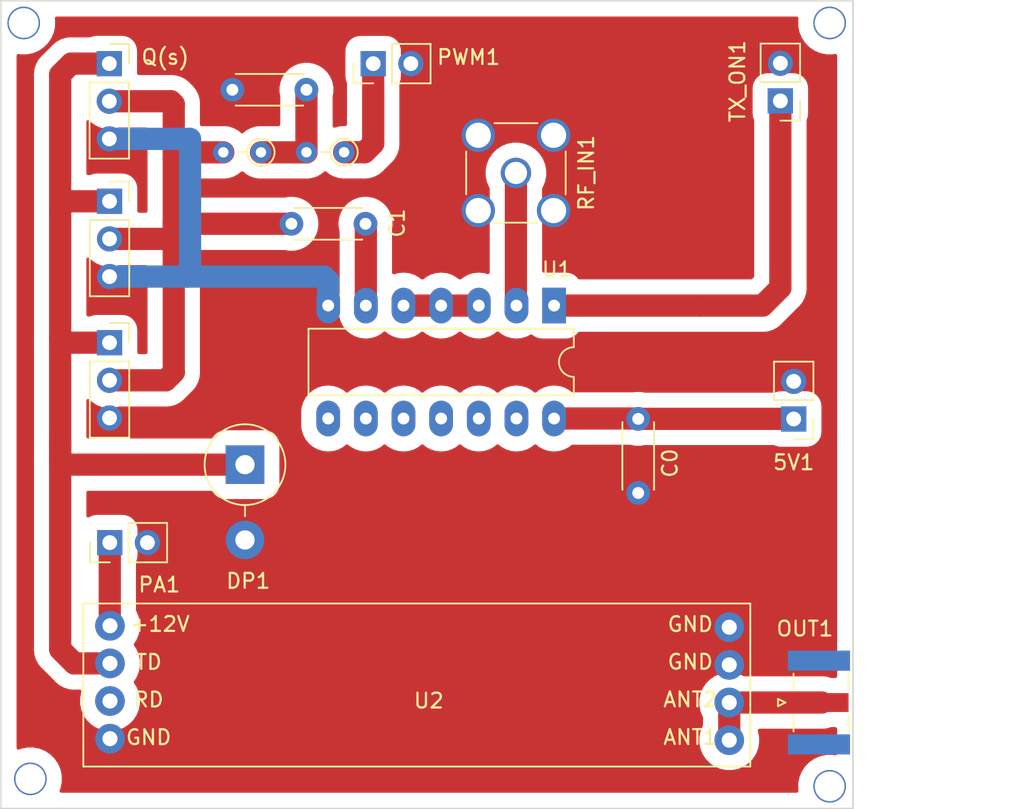
<source format=kicad_pcb>
(kicad_pcb (version 20171130) (host pcbnew 5.1.9+dfsg1-1)

  (general
    (thickness 1.6)
    (drawings 4)
    (tracks 85)
    (zones 0)
    (modules 17)
    (nets 13)
  )

  (page User 150.012 150.012)
  (layers
    (0 F.Cu signal)
    (31 B.Cu signal)
    (32 B.Adhes user)
    (33 F.Adhes user)
    (34 B.Paste user)
    (35 F.Paste user)
    (36 B.SilkS user)
    (37 F.SilkS user)
    (38 B.Mask user)
    (39 F.Mask user)
    (40 Dwgs.User user)
    (41 Cmts.User user)
    (42 Eco1.User user)
    (43 Eco2.User user)
    (44 Edge.Cuts user)
    (45 Margin user)
    (46 B.CrtYd user)
    (47 F.CrtYd user)
    (48 B.Fab user)
    (49 F.Fab user)
  )

  (setup
    (last_trace_width 0.25)
    (user_trace_width 0.75)
    (user_trace_width 1)
    (user_trace_width 1.5)
    (trace_clearance 0.2)
    (zone_clearance 1.016)
    (zone_45_only no)
    (trace_min 0.2)
    (via_size 0.8)
    (via_drill 0.4)
    (via_min_size 0.4)
    (via_min_drill 0.3)
    (user_via 2.2 2)
    (uvia_size 0.3)
    (uvia_drill 0.1)
    (uvias_allowed no)
    (uvia_min_size 0.2)
    (uvia_min_drill 0.1)
    (edge_width 0.1)
    (segment_width 0.2)
    (pcb_text_width 0.3)
    (pcb_text_size 1.5 1.5)
    (mod_edge_width 0.15)
    (mod_text_size 1 1)
    (mod_text_width 0.15)
    (pad_size 1.6 1.6)
    (pad_drill 0.8)
    (pad_to_mask_clearance 0)
    (aux_axis_origin 0 0)
    (visible_elements FFFFFF7F)
    (pcbplotparams
      (layerselection 0x01000_7fffffff)
      (usegerberextensions false)
      (usegerberattributes true)
      (usegerberadvancedattributes true)
      (creategerberjobfile true)
      (excludeedgelayer true)
      (linewidth 0.100000)
      (plotframeref false)
      (viasonmask false)
      (mode 1)
      (useauxorigin false)
      (hpglpennumber 1)
      (hpglpenspeed 20)
      (hpglpendiameter 15.000000)
      (psnegative false)
      (psa4output false)
      (plotreference false)
      (plotvalue true)
      (plotinvisibletext false)
      (padsonsilk false)
      (subtractmaskfromsilk false)
      (outputformat 4)
      (mirror true)
      (drillshape 2)
      (scaleselection 1)
      (outputdirectory ""))
  )

  (net 0 "")
  (net 1 GND)
  (net 2 +5V)
  (net 3 "Net-(C1-Pad2)")
  (net 4 "Net-(C1-Pad1)")
  (net 5 "Net-(U1-Pad3)")
  (net 6 "Net-(RF_IN1-Pad1)")
  (net 7 "Net-(TX_ON1-Pad1)")
  (net 8 +12V)
  (net 9 "Net-(DP1-Pad1)")
  (net 10 "Net-(OUT1-Pad1)")
  (net 11 "Net-(C2-Pad1)")
  (net 12 "Net-(PWM1-Pad1)")

  (net_class Default "This is the default net class."
    (clearance 0.2)
    (trace_width 0.25)
    (via_dia 0.8)
    (via_drill 0.4)
    (uvia_dia 0.3)
    (uvia_drill 0.1)
    (add_net +12V)
    (add_net +5V)
    (add_net GND)
    (add_net "Net-(C1-Pad1)")
    (add_net "Net-(C1-Pad2)")
    (add_net "Net-(C2-Pad1)")
    (add_net "Net-(DP1-Pad1)")
    (add_net "Net-(OUT1-Pad1)")
    (add_net "Net-(PWM1-Pad1)")
    (add_net "Net-(RF_IN1-Pad1)")
    (add_net "Net-(TX_ON1-Pad1)")
    (add_net "Net-(U1-Pad3)")
  )

  (module Connector_PinSocket_2.54mm:PinSocket_1x03_P2.54mm_Vertical (layer F.Cu) (tedit 5A19A429) (tstamp 60269A3B)
    (at 51.84 55.57)
    (descr "Through hole straight socket strip, 1x03, 2.54mm pitch, single row (from Kicad 4.0.7), script generated")
    (tags "Through hole socket strip THT 1x03 2.54mm single row")
    (path /5EC14422)
    (fp_text reference Q3 (at 1.41 -2.57) (layer F.SilkS) hide
      (effects (font (size 1 1) (thickness 0.15)))
    )
    (fp_text value BS170 (at 2.897 3.8656 90) (layer F.Fab) hide
      (effects (font (size 1 1) (thickness 0.15)))
    )
    (fp_line (start -1.8 6.85) (end -1.8 -1.8) (layer F.CrtYd) (width 0.05))
    (fp_line (start 1.75 6.85) (end -1.8 6.85) (layer F.CrtYd) (width 0.05))
    (fp_line (start 1.75 -1.8) (end 1.75 6.85) (layer F.CrtYd) (width 0.05))
    (fp_line (start -1.8 -1.8) (end 1.75 -1.8) (layer F.CrtYd) (width 0.05))
    (fp_line (start 0 -1.33) (end 1.33 -1.33) (layer F.SilkS) (width 0.12))
    (fp_line (start 1.33 -1.33) (end 1.33 0) (layer F.SilkS) (width 0.12))
    (fp_line (start 1.33 1.27) (end 1.33 6.41) (layer F.SilkS) (width 0.12))
    (fp_line (start -1.33 6.41) (end 1.33 6.41) (layer F.SilkS) (width 0.12))
    (fp_line (start -1.33 1.27) (end -1.33 6.41) (layer F.SilkS) (width 0.12))
    (fp_line (start -1.33 1.27) (end 1.33 1.27) (layer F.SilkS) (width 0.12))
    (fp_line (start -1.27 6.35) (end -1.27 -1.27) (layer F.Fab) (width 0.1))
    (fp_line (start 1.27 6.35) (end -1.27 6.35) (layer F.Fab) (width 0.1))
    (fp_line (start 1.27 -0.635) (end 1.27 6.35) (layer F.Fab) (width 0.1))
    (fp_line (start 0.635 -1.27) (end 1.27 -0.635) (layer F.Fab) (width 0.1))
    (fp_line (start -1.27 -1.27) (end 0.635 -1.27) (layer F.Fab) (width 0.1))
    (fp_text user %R (at 0 2.54 90) (layer F.Fab)
      (effects (font (size 1 1) (thickness 0.15)))
    )
    (pad 3 thru_hole oval (at 0 5.08) (size 1.7 1.7) (drill 1) (layers *.Cu *.Mask)
      (net 1 GND))
    (pad 2 thru_hole oval (at 0 2.54) (size 1.7 1.7) (drill 1) (layers *.Cu *.Mask)
      (net 4 "Net-(C1-Pad1)"))
    (pad 1 thru_hole rect (at 0 0) (size 1.7 1.7) (drill 1) (layers *.Cu *.Mask)
      (net 9 "Net-(DP1-Pad1)"))
    (model ${KISYS3DMOD}/Connector_PinSocket_2.54mm.3dshapes/PinSocket_1x03_P2.54mm_Vertical.wrl
      (at (xyz 0 0 0))
      (scale (xyz 1 1 1))
      (rotate (xyz 0 0 0))
    )
    (model "${KIPRJMOD}/models/User Library-TO-92-2_54-line.STEP"
      (offset (xyz 0 -5 7))
      (scale (xyz 1 1 1))
      (rotate (xyz 0 0 -90))
    )
  )

  (module Connector_PinSocket_2.54mm:PinSocket_1x03_P2.54mm_Vertical (layer F.Cu) (tedit 5A19A429) (tstamp 61055A90)
    (at 51.83998 46.03)
    (descr "Through hole straight socket strip, 1x03, 2.54mm pitch, single row (from Kicad 4.0.7), script generated")
    (tags "Through hole socket strip THT 1x03 2.54mm single row")
    (path /5EC11FDA)
    (fp_text reference Q2 (at 1.31002 -2.48 180) (layer F.SilkS) hide
      (effects (font (size 1 1) (thickness 0.15)))
    )
    (fp_text value BS170 (at 2.83352 7.58964 90) (layer F.Fab) hide
      (effects (font (size 1 1) (thickness 0.15)))
    )
    (fp_line (start -1.8 6.85) (end -1.8 -1.8) (layer F.CrtYd) (width 0.05))
    (fp_line (start 1.75 6.85) (end -1.8 6.85) (layer F.CrtYd) (width 0.05))
    (fp_line (start 1.75 -1.8) (end 1.75 6.85) (layer F.CrtYd) (width 0.05))
    (fp_line (start -1.8 -1.8) (end 1.75 -1.8) (layer F.CrtYd) (width 0.05))
    (fp_line (start 0 -1.33) (end 1.33 -1.33) (layer F.SilkS) (width 0.12))
    (fp_line (start 1.33 -1.33) (end 1.33 0) (layer F.SilkS) (width 0.12))
    (fp_line (start 1.33 1.27) (end 1.33 6.41) (layer F.SilkS) (width 0.12))
    (fp_line (start -1.33 6.41) (end 1.33 6.41) (layer F.SilkS) (width 0.12))
    (fp_line (start -1.33 1.27) (end -1.33 6.41) (layer F.SilkS) (width 0.12))
    (fp_line (start -1.33 1.27) (end 1.33 1.27) (layer F.SilkS) (width 0.12))
    (fp_line (start -1.27 6.35) (end -1.27 -1.27) (layer F.Fab) (width 0.1))
    (fp_line (start 1.27 6.35) (end -1.27 6.35) (layer F.Fab) (width 0.1))
    (fp_line (start 1.27 -0.635) (end 1.27 6.35) (layer F.Fab) (width 0.1))
    (fp_line (start 0.635 -1.27) (end 1.27 -0.635) (layer F.Fab) (width 0.1))
    (fp_line (start -1.27 -1.27) (end 0.635 -1.27) (layer F.Fab) (width 0.1))
    (fp_text user %R (at 0 2.54 90) (layer F.Fab)
      (effects (font (size 1 1) (thickness 0.15)))
    )
    (pad 3 thru_hole oval (at 0 5.08) (size 1.7 1.7) (drill 1) (layers *.Cu *.Mask)
      (net 1 GND))
    (pad 2 thru_hole oval (at 0 2.54) (size 1.7 1.7) (drill 1) (layers *.Cu *.Mask)
      (net 4 "Net-(C1-Pad1)"))
    (pad 1 thru_hole rect (at 0 0) (size 1.7 1.7) (drill 1) (layers *.Cu *.Mask)
      (net 9 "Net-(DP1-Pad1)"))
    (model ${KISYS3DMOD}/Connector_PinSocket_2.54mm.3dshapes/PinSocket_1x03_P2.54mm_Vertical.wrl
      (at (xyz 0 0 0))
      (scale (xyz 1 1 1))
      (rotate (xyz 0 0 0))
    )
    (model "${KIPRJMOD}/models/User Library-TO-92-2_54-line.STEP"
      (offset (xyz 0 -5 7))
      (scale (xyz 1 1 1))
      (rotate (xyz 0 0 -90))
    )
  )

  (module Connector_PinSocket_2.54mm:PinSocket_1x03_P2.54mm_Vertical (layer F.Cu) (tedit 5A19A429) (tstamp 60269B1C)
    (at 51.82474 36.74098)
    (descr "Through hole straight socket strip, 1x03, 2.54mm pitch, single row (from Kicad 4.0.7), script generated")
    (tags "Through hole socket strip THT 1x03 2.54mm single row")
    (path /5EC14C89)
    (fp_text reference "Q(s)" (at 3.77526 -0.44098 180) (layer F.SilkS)
      (effects (font (size 1 1) (thickness 0.15)))
    )
    (fp_text value BS170 (at 2.84876 7.79792 -90) (layer F.Fab) hide
      (effects (font (size 1 1) (thickness 0.15)))
    )
    (fp_line (start -1.8 6.85) (end -1.8 -1.8) (layer F.CrtYd) (width 0.05))
    (fp_line (start 1.75 6.85) (end -1.8 6.85) (layer F.CrtYd) (width 0.05))
    (fp_line (start 1.75 -1.8) (end 1.75 6.85) (layer F.CrtYd) (width 0.05))
    (fp_line (start -1.8 -1.8) (end 1.75 -1.8) (layer F.CrtYd) (width 0.05))
    (fp_line (start 0 -1.33) (end 1.33 -1.33) (layer F.SilkS) (width 0.12))
    (fp_line (start 1.33 -1.33) (end 1.33 0) (layer F.SilkS) (width 0.12))
    (fp_line (start 1.33 1.27) (end 1.33 6.41) (layer F.SilkS) (width 0.12))
    (fp_line (start -1.33 6.41) (end 1.33 6.41) (layer F.SilkS) (width 0.12))
    (fp_line (start -1.33 1.27) (end -1.33 6.41) (layer F.SilkS) (width 0.12))
    (fp_line (start -1.33 1.27) (end 1.33 1.27) (layer F.SilkS) (width 0.12))
    (fp_line (start -1.27 6.35) (end -1.27 -1.27) (layer F.Fab) (width 0.1))
    (fp_line (start 1.27 6.35) (end -1.27 6.35) (layer F.Fab) (width 0.1))
    (fp_line (start 1.27 -0.635) (end 1.27 6.35) (layer F.Fab) (width 0.1))
    (fp_line (start 0.635 -1.27) (end 1.27 -0.635) (layer F.Fab) (width 0.1))
    (fp_line (start -1.27 -1.27) (end 0.635 -1.27) (layer F.Fab) (width 0.1))
    (fp_text user %R (at 0 2.54 90) (layer F.Fab)
      (effects (font (size 1 1) (thickness 0.15)))
    )
    (pad 3 thru_hole oval (at 0 5.08) (size 1.7 1.7) (drill 1) (layers *.Cu *.Mask)
      (net 1 GND))
    (pad 2 thru_hole oval (at 0 2.54) (size 1.7 1.7) (drill 1) (layers *.Cu *.Mask)
      (net 4 "Net-(C1-Pad1)"))
    (pad 1 thru_hole rect (at 0 0) (size 1.7 1.7) (drill 1) (layers *.Cu *.Mask)
      (net 9 "Net-(DP1-Pad1)"))
    (model ${KISYS3DMOD}/Connector_PinSocket_2.54mm.3dshapes/PinSocket_1x03_P2.54mm_Vertical.wrl
      (at (xyz 0 0 0))
      (scale (xyz 1 1 1))
      (rotate (xyz 0 0 0))
    )
    (model "${KIPRJMOD}/models/User Library-TO-92-2_54-line.STEP"
      (offset (xyz 0 -5 7))
      (scale (xyz 1 1 1))
      (rotate (xyz 0 0 -90))
    )
  )

  (module Resistor_THT:R_Axial_DIN0204_L3.6mm_D1.6mm_P2.54mm_Vertical (layer F.Cu) (tedit 5AE5139B) (tstamp 60FFD7E1)
    (at 67.6656 42.7228 180)
    (descr "Resistor, Axial_DIN0204 series, Axial, Vertical, pin pitch=2.54mm, 0.167W, length*diameter=3.6*1.6mm^2, http://cdn-reichelt.de/documents/datenblatt/B400/1_4W%23YAG.pdf")
    (tags "Resistor Axial_DIN0204 series Axial Vertical pin pitch 2.54mm 0.167W length 3.6mm diameter 1.6mm")
    (path /61016A4D)
    (fp_text reference R2 (at 1.3716 1.6002) (layer F.SilkS) hide
      (effects (font (size 1 1) (thickness 0.15)))
    )
    (fp_text value 10k (at 1.27 1.92) (layer F.Fab)
      (effects (font (size 1 1) (thickness 0.15)))
    )
    (fp_circle (center 0 0) (end 0.8 0) (layer F.Fab) (width 0.1))
    (fp_circle (center 0 0) (end 0.92 0) (layer F.SilkS) (width 0.12))
    (fp_line (start 0 0) (end 2.54 0) (layer F.Fab) (width 0.1))
    (fp_line (start 0.92 0) (end 1.54 0) (layer F.SilkS) (width 0.12))
    (fp_line (start -1.05 -1.05) (end -1.05 1.05) (layer F.CrtYd) (width 0.05))
    (fp_line (start -1.05 1.05) (end 3.49 1.05) (layer F.CrtYd) (width 0.05))
    (fp_line (start 3.49 1.05) (end 3.49 -1.05) (layer F.CrtYd) (width 0.05))
    (fp_line (start 3.49 -1.05) (end -1.05 -1.05) (layer F.CrtYd) (width 0.05))
    (fp_text user %R (at 1.27 -1.92) (layer F.Fab)
      (effects (font (size 1 1) (thickness 0.15)))
    )
    (pad 2 thru_hole oval (at 2.54 0 180) (size 1.4 1.4) (drill 0.7) (layers *.Cu *.Mask)
      (net 11 "Net-(C2-Pad1)"))
    (pad 1 thru_hole circle (at 0 0 180) (size 1.4 1.4) (drill 0.7) (layers *.Cu *.Mask)
      (net 12 "Net-(PWM1-Pad1)"))
    (model ${KISYS3DMOD}/Resistor_THT.3dshapes/R_Axial_DIN0204_L3.6mm_D1.6mm_P2.54mm_Vertical.wrl
      (at (xyz 0 0 0))
      (scale (xyz 1 1 1))
      (rotate (xyz 0 0 0))
    )
  )

  (module Resistor_THT:R_Axial_DIN0204_L3.6mm_D1.6mm_P2.54mm_Vertical (layer F.Cu) (tedit 5AE5139B) (tstamp 60FFBD40)
    (at 62.05728 42.72788 180)
    (descr "Resistor, Axial_DIN0204 series, Axial, Vertical, pin pitch=2.54mm, 0.167W, length*diameter=3.6*1.6mm^2, http://cdn-reichelt.de/documents/datenblatt/B400/1_4W%23YAG.pdf")
    (tags "Resistor Axial_DIN0204 series Axial Vertical pin pitch 2.54mm 0.167W length 3.6mm diameter 1.6mm")
    (path /61014614)
    (fp_text reference R1 (at 1.27 -1.92) (layer F.SilkS) hide
      (effects (font (size 1 1) (thickness 0.15)))
    )
    (fp_text value 10k (at 1.27 1.92) (layer F.Fab)
      (effects (font (size 1 1) (thickness 0.15)))
    )
    (fp_circle (center 0 0) (end 0.8 0) (layer F.Fab) (width 0.1))
    (fp_circle (center 0 0) (end 0.92 0) (layer F.SilkS) (width 0.12))
    (fp_line (start 0 0) (end 2.54 0) (layer F.Fab) (width 0.1))
    (fp_line (start 0.92 0) (end 1.54 0) (layer F.SilkS) (width 0.12))
    (fp_line (start -1.05 -1.05) (end -1.05 1.05) (layer F.CrtYd) (width 0.05))
    (fp_line (start -1.05 1.05) (end 3.49 1.05) (layer F.CrtYd) (width 0.05))
    (fp_line (start 3.49 1.05) (end 3.49 -1.05) (layer F.CrtYd) (width 0.05))
    (fp_line (start 3.49 -1.05) (end -1.05 -1.05) (layer F.CrtYd) (width 0.05))
    (fp_text user %R (at 1.27 -1.92) (layer F.Fab)
      (effects (font (size 1 1) (thickness 0.15)))
    )
    (pad 2 thru_hole oval (at 2.54 0 180) (size 1.4 1.4) (drill 0.7) (layers *.Cu *.Mask)
      (net 4 "Net-(C1-Pad1)"))
    (pad 1 thru_hole circle (at 0 0 180) (size 1.4 1.4) (drill 0.7) (layers *.Cu *.Mask)
      (net 11 "Net-(C2-Pad1)"))
    (model ${KISYS3DMOD}/Resistor_THT.3dshapes/R_Axial_DIN0204_L3.6mm_D1.6mm_P2.54mm_Vertical.wrl
      (at (xyz 0 0 0))
      (scale (xyz 1 1 1))
      (rotate (xyz 0 0 0))
    )
  )

  (module Capacitor_THT:C_Disc_D4.3mm_W1.9mm_P5.00mm (layer F.Cu) (tedit 5AE50EF0) (tstamp 60FFD37B)
    (at 65.1256 38.5064 180)
    (descr "C, Disc series, Radial, pin pitch=5.00mm, , diameter*width=4.3*1.9mm^2, Capacitor, http://www.vishay.com/docs/45233/krseries.pdf")
    (tags "C Disc series Radial pin pitch 5.00mm  diameter 4.3mm width 1.9mm Capacitor")
    (path /6102216F)
    (fp_text reference C2 (at 2.5 -2.2) (layer F.SilkS) hide
      (effects (font (size 1 1) (thickness 0.15)))
    )
    (fp_text value 10nF (at 2.5 2.2) (layer F.Fab)
      (effects (font (size 1 1) (thickness 0.15)))
    )
    (fp_line (start 0.35 -0.95) (end 0.35 0.95) (layer F.Fab) (width 0.1))
    (fp_line (start 0.35 0.95) (end 4.65 0.95) (layer F.Fab) (width 0.1))
    (fp_line (start 4.65 0.95) (end 4.65 -0.95) (layer F.Fab) (width 0.1))
    (fp_line (start 4.65 -0.95) (end 0.35 -0.95) (layer F.Fab) (width 0.1))
    (fp_line (start 0.23 -1.07) (end 4.77 -1.07) (layer F.SilkS) (width 0.12))
    (fp_line (start 0.23 1.07) (end 4.77 1.07) (layer F.SilkS) (width 0.12))
    (fp_line (start 0.23 -1.07) (end 0.23 -1.055) (layer F.SilkS) (width 0.12))
    (fp_line (start 0.23 1.055) (end 0.23 1.07) (layer F.SilkS) (width 0.12))
    (fp_line (start 4.77 -1.07) (end 4.77 -1.055) (layer F.SilkS) (width 0.12))
    (fp_line (start 4.77 1.055) (end 4.77 1.07) (layer F.SilkS) (width 0.12))
    (fp_line (start -1.05 -1.2) (end -1.05 1.2) (layer F.CrtYd) (width 0.05))
    (fp_line (start -1.05 1.2) (end 6.05 1.2) (layer F.CrtYd) (width 0.05))
    (fp_line (start 6.05 1.2) (end 6.05 -1.2) (layer F.CrtYd) (width 0.05))
    (fp_line (start 6.05 -1.2) (end -1.05 -1.2) (layer F.CrtYd) (width 0.05))
    (fp_text user %R (at 2.5 0) (layer F.Fab)
      (effects (font (size 0.86 0.86) (thickness 0.129)))
    )
    (pad 2 thru_hole circle (at 5 0 180) (size 1.6 1.6) (drill 0.8) (layers *.Cu *.Mask)
      (net 1 GND))
    (pad 1 thru_hole circle (at 0 0 180) (size 1.6 1.6) (drill 0.8) (layers *.Cu *.Mask)
      (net 11 "Net-(C2-Pad1)"))
    (model ${KISYS3DMOD}/Capacitor_THT.3dshapes/C_Disc_D4.3mm_W1.9mm_P5.00mm.wrl
      (at (xyz 0 0 0))
      (scale (xyz 1 1 1))
      (rotate (xyz 0 0 0))
    )
  )

  (module Connector_PinHeader_2.54mm:PinHeader_1x02_P2.54mm_Vertical (layer F.Cu) (tedit 59FED5CC) (tstamp 60FFD10E)
    (at 69.62902 36.74364 90)
    (descr "Through hole straight pin header, 1x02, 2.54mm pitch, single row")
    (tags "Through hole pin header THT 1x02 2.54mm single row")
    (path /61037D8E)
    (fp_text reference PWM1 (at 0.43434 6.43636) (layer F.SilkS)
      (effects (font (size 1 1) (thickness 0.15)))
    )
    (fp_text value Conn_01x02 (at 0 4.87 90) (layer F.Fab) hide
      (effects (font (size 1 1) (thickness 0.15)))
    )
    (fp_line (start -0.635 -1.27) (end 1.27 -1.27) (layer F.Fab) (width 0.1))
    (fp_line (start 1.27 -1.27) (end 1.27 3.81) (layer F.Fab) (width 0.1))
    (fp_line (start 1.27 3.81) (end -1.27 3.81) (layer F.Fab) (width 0.1))
    (fp_line (start -1.27 3.81) (end -1.27 -0.635) (layer F.Fab) (width 0.1))
    (fp_line (start -1.27 -0.635) (end -0.635 -1.27) (layer F.Fab) (width 0.1))
    (fp_line (start -1.33 3.87) (end 1.33 3.87) (layer F.SilkS) (width 0.12))
    (fp_line (start -1.33 1.27) (end -1.33 3.87) (layer F.SilkS) (width 0.12))
    (fp_line (start 1.33 1.27) (end 1.33 3.87) (layer F.SilkS) (width 0.12))
    (fp_line (start -1.33 1.27) (end 1.33 1.27) (layer F.SilkS) (width 0.12))
    (fp_line (start -1.33 0) (end -1.33 -1.33) (layer F.SilkS) (width 0.12))
    (fp_line (start -1.33 -1.33) (end 0 -1.33) (layer F.SilkS) (width 0.12))
    (fp_line (start -1.8 -1.8) (end -1.8 4.35) (layer F.CrtYd) (width 0.05))
    (fp_line (start -1.8 4.35) (end 1.8 4.35) (layer F.CrtYd) (width 0.05))
    (fp_line (start 1.8 4.35) (end 1.8 -1.8) (layer F.CrtYd) (width 0.05))
    (fp_line (start 1.8 -1.8) (end -1.8 -1.8) (layer F.CrtYd) (width 0.05))
    (fp_text user %R (at 0 1.27) (layer F.Fab)
      (effects (font (size 1 1) (thickness 0.15)))
    )
    (pad 1 thru_hole rect (at 0 0 90) (size 1.7 1.7) (drill 1) (layers *.Cu *.Mask)
      (net 12 "Net-(PWM1-Pad1)"))
    (pad 2 thru_hole oval (at 0 2.54 90) (size 1.7 1.7) (drill 1) (layers *.Cu *.Mask)
      (net 1 GND))
    (model ${KISYS3DMOD}/Connector_PinHeader_2.54mm.3dshapes/PinHeader_1x02_P2.54mm_Vertical.wrl
      (at (xyz 0 0 0))
      (scale (xyz 1 1 1))
      (rotate (xyz 0 0 0))
    )
  )

  (module Package_DIP:DIP-14_W7.62mm_LongPads (layer F.Cu) (tedit 5A02E8C5) (tstamp 60EFC93B)
    (at 81.83294 53.06668 270)
    (descr "14-lead though-hole mounted DIP package, row spacing 7.62 mm (300 mils), LongPads")
    (tags "THT DIP DIL PDIP 2.54mm 7.62mm 300mil LongPads")
    (path /5ED3A73C)
    (fp_text reference U1 (at -2.4319 -0.18986 180) (layer F.SilkS)
      (effects (font (size 1 1) (thickness 0.15)))
    )
    (fp_text value 74ACT00 (at 4.108 18.02 90) (layer F.Fab)
      (effects (font (size 1 1) (thickness 0.15)))
    )
    (fp_line (start 9.1 -1.55) (end -1.45 -1.55) (layer F.CrtYd) (width 0.05))
    (fp_line (start 9.1 16.8) (end 9.1 -1.55) (layer F.CrtYd) (width 0.05))
    (fp_line (start -1.45 16.8) (end 9.1 16.8) (layer F.CrtYd) (width 0.05))
    (fp_line (start -1.45 -1.55) (end -1.45 16.8) (layer F.CrtYd) (width 0.05))
    (fp_line (start 6.06 -1.33) (end 4.81 -1.33) (layer F.SilkS) (width 0.12))
    (fp_line (start 6.06 16.57) (end 6.06 -1.33) (layer F.SilkS) (width 0.12))
    (fp_line (start 1.56 16.57) (end 6.06 16.57) (layer F.SilkS) (width 0.12))
    (fp_line (start 1.56 -1.33) (end 1.56 16.57) (layer F.SilkS) (width 0.12))
    (fp_line (start 2.81 -1.33) (end 1.56 -1.33) (layer F.SilkS) (width 0.12))
    (fp_line (start 0.635 -0.27) (end 1.635 -1.27) (layer F.Fab) (width 0.1))
    (fp_line (start 0.635 16.51) (end 0.635 -0.27) (layer F.Fab) (width 0.1))
    (fp_line (start 6.985 16.51) (end 0.635 16.51) (layer F.Fab) (width 0.1))
    (fp_line (start 6.985 -1.27) (end 6.985 16.51) (layer F.Fab) (width 0.1))
    (fp_line (start 1.635 -1.27) (end 6.985 -1.27) (layer F.Fab) (width 0.1))
    (fp_text user %R (at 3.81 7.62 90) (layer F.Fab)
      (effects (font (size 1 1) (thickness 0.15)))
    )
    (fp_arc (start 3.81 -1.33) (end 2.81 -1.33) (angle -180) (layer F.SilkS) (width 0.12))
    (pad 14 thru_hole oval (at 7.62 0 270) (size 2.4 1.6) (drill 0.8) (layers *.Cu *.Mask)
      (net 2 +5V))
    (pad 7 thru_hole oval (at 0 15.24 270) (size 2.4 1.6) (drill 0.8) (layers *.Cu *.Mask)
      (net 1 GND))
    (pad 13 thru_hole oval (at 7.62 2.54 270) (size 2.4 1.6) (drill 0.8) (layers *.Cu *.Mask))
    (pad 6 thru_hole oval (at 0 12.7 270) (size 2.4 1.6) (drill 0.8) (layers *.Cu *.Mask)
      (net 3 "Net-(C1-Pad2)"))
    (pad 12 thru_hole oval (at 7.62 5.08 270) (size 2.4 1.6) (drill 0.8) (layers *.Cu *.Mask))
    (pad 5 thru_hole oval (at 0 10.16 270) (size 2.4 1.6) (drill 0.8) (layers *.Cu *.Mask)
      (net 5 "Net-(U1-Pad3)"))
    (pad 11 thru_hole oval (at 7.62 7.62 270) (size 2.4 1.6) (drill 0.8) (layers *.Cu *.Mask))
    (pad 4 thru_hole oval (at 0 7.62 270) (size 2.4 1.6) (drill 0.8) (layers *.Cu *.Mask)
      (net 5 "Net-(U1-Pad3)"))
    (pad 10 thru_hole oval (at 7.62 10.16 270) (size 2.4 1.6) (drill 0.8) (layers *.Cu *.Mask))
    (pad 3 thru_hole oval (at 0 5.08 270) (size 2.4 1.6) (drill 0.8) (layers *.Cu *.Mask)
      (net 5 "Net-(U1-Pad3)"))
    (pad 9 thru_hole oval (at 7.62 12.7 270) (size 2.4 1.6) (drill 0.8) (layers *.Cu *.Mask))
    (pad 2 thru_hole oval (at 0 2.54 270) (size 2.4 1.6) (drill 0.8) (layers *.Cu *.Mask)
      (net 6 "Net-(RF_IN1-Pad1)"))
    (pad 8 thru_hole oval (at 7.62 15.24 270) (size 2.4 1.6) (drill 0.8) (layers *.Cu *.Mask))
    (pad 1 thru_hole rect (at 0 0 270) (size 2.4 1.6) (drill 0.8) (layers *.Cu *.Mask)
      (net 7 "Net-(TX_ON1-Pad1)"))
    (model ${KISYS3DMOD}/Package_DIP.3dshapes/DIP-14_W7.62mm.wrl
      (offset (xyz 0 0 3.5))
      (scale (xyz 1 1 1))
      (rotate (xyz 0 0 0))
    )
    (model ${KISYS3DMOD}/Package_DIP.3dshapes/DIP-14_W7.62mm_Socket.wrl
      (at (xyz 0 0 0))
      (scale (xyz 1 1 1))
      (rotate (xyz 0 0 0))
    )
  )

  (module Diode_THT:D_DO-201_P5.08mm_Vertical_AnodeUp (layer F.Cu) (tedit 5AE50CD5) (tstamp 61054EFD)
    (at 60.98 63.8 270)
    (descr "Diode, DO-201 series, Axial, Vertical, pin pitch=5.08mm, , length*diameter=9.53*5.21mm^2, , http://www.diodes.com/_files/packages/DO-201.pdf")
    (tags "Diode DO-201 series Axial Vertical pin pitch 5.08mm  length 9.53mm diameter 5.21mm")
    (path /60EF4BE2)
    (fp_text reference DP1 (at 7.8486 -0.2159) (layer F.SilkS)
      (effects (font (size 1 1) (thickness 0.15)))
    )
    (fp_text value "47v 5W" (at 9.652 2.4384 90) (layer F.Fab)
      (effects (font (size 1 1) (thickness 0.15)))
    )
    (fp_line (start 6.64 -2.86) (end -2.86 -2.86) (layer F.CrtYd) (width 0.05))
    (fp_line (start 6.64 2.86) (end 6.64 -2.86) (layer F.CrtYd) (width 0.05))
    (fp_line (start -2.86 2.86) (end 6.64 2.86) (layer F.CrtYd) (width 0.05))
    (fp_line (start -2.86 -2.86) (end -2.86 2.86) (layer F.CrtYd) (width 0.05))
    (fp_line (start 2.725 0) (end 3.48 0) (layer F.SilkS) (width 0.12))
    (fp_line (start 0 0) (end 5.08 0) (layer F.Fab) (width 0.1))
    (fp_circle (center 0 0) (end 2.725 0) (layer F.SilkS) (width 0.12))
    (fp_circle (center 0 0) (end 2.605 0) (layer F.Fab) (width 0.1))
    (fp_text user A (at 5.6 -2.97 180) (layer F.SilkS) hide
      (effects (font (size 1 1) (thickness 0.15)))
    )
    (fp_text user A (at 5.08 2.3 90) (layer F.Fab)
      (effects (font (size 1 1) (thickness 0.15)))
    )
    (fp_text user %R (at 5.2832 -3.6703 90) (layer F.Fab) hide
      (effects (font (size 1 1) (thickness 0.15)))
    )
    (pad 2 thru_hole oval (at 5.08 0 270) (size 2.6 2.6) (drill 1.3) (layers *.Cu *.Mask)
      (net 1 GND))
    (pad 1 thru_hole rect (at 0 0 270) (size 2.6 2.6) (drill 1.3) (layers *.Cu *.Mask)
      (net 9 "Net-(DP1-Pad1)"))
    (model ${KISYS3DMOD}/Diode_THT.3dshapes/D_DO-201_P5.08mm_Vertical_AnodeUp.wrl
      (at (xyz 0 0 0))
      (scale (xyz 1 1 1))
      (rotate (xyz 0 0 0))
    )
  )

  (module Capacitor_THT:C_Disc_D4.3mm_W1.9mm_P5.00mm (layer F.Cu) (tedit 5AE50EF0) (tstamp 61055694)
    (at 64.1096 47.5488)
    (descr "C, Disc series, Radial, pin pitch=5.00mm, , diameter*width=4.3*1.9mm^2, Capacitor, http://www.vishay.com/docs/45233/krseries.pdf")
    (tags "C Disc series Radial pin pitch 5.00mm  diameter 4.3mm width 1.9mm Capacitor")
    (path /5ED5C055)
    (fp_text reference C1 (at 7.13232 -0.04826 90) (layer F.SilkS)
      (effects (font (size 1 1) (thickness 0.15)))
    )
    (fp_text value 10nF (at 2.5 2.2) (layer F.Fab)
      (effects (font (size 1 1) (thickness 0.15)))
    )
    (fp_line (start 6.05 -1.2) (end -1.05 -1.2) (layer F.CrtYd) (width 0.05))
    (fp_line (start 6.05 1.2) (end 6.05 -1.2) (layer F.CrtYd) (width 0.05))
    (fp_line (start -1.05 1.2) (end 6.05 1.2) (layer F.CrtYd) (width 0.05))
    (fp_line (start -1.05 -1.2) (end -1.05 1.2) (layer F.CrtYd) (width 0.05))
    (fp_line (start 4.77 1.055) (end 4.77 1.07) (layer F.SilkS) (width 0.12))
    (fp_line (start 4.77 -1.07) (end 4.77 -1.055) (layer F.SilkS) (width 0.12))
    (fp_line (start 0.23 1.055) (end 0.23 1.07) (layer F.SilkS) (width 0.12))
    (fp_line (start 0.23 -1.07) (end 0.23 -1.055) (layer F.SilkS) (width 0.12))
    (fp_line (start 0.23 1.07) (end 4.77 1.07) (layer F.SilkS) (width 0.12))
    (fp_line (start 0.23 -1.07) (end 4.77 -1.07) (layer F.SilkS) (width 0.12))
    (fp_line (start 4.65 -0.95) (end 0.35 -0.95) (layer F.Fab) (width 0.1))
    (fp_line (start 4.65 0.95) (end 4.65 -0.95) (layer F.Fab) (width 0.1))
    (fp_line (start 0.35 0.95) (end 4.65 0.95) (layer F.Fab) (width 0.1))
    (fp_line (start 0.35 -0.95) (end 0.35 0.95) (layer F.Fab) (width 0.1))
    (fp_text user %R (at 2.5 0) (layer F.Fab)
      (effects (font (size 0.86 0.86) (thickness 0.129)))
    )
    (pad 2 thru_hole circle (at 5 0) (size 1.6 1.6) (drill 0.8) (layers *.Cu *.Mask)
      (net 3 "Net-(C1-Pad2)"))
    (pad 1 thru_hole circle (at 0 0) (size 1.6 1.6) (drill 0.8) (layers *.Cu *.Mask)
      (net 4 "Net-(C1-Pad1)"))
    (model ${KISYS3DMOD}/Capacitor_THT.3dshapes/C_Disc_D4.3mm_W1.9mm_P5.00mm.wrl
      (at (xyz 0 0 0))
      (scale (xyz 1 1 1))
      (rotate (xyz 0 0 0))
    )
  )

  (module Capacitor_THT:C_Disc_D4.3mm_W1.9mm_P5.00mm (layer F.Cu) (tedit 5AE50EF0) (tstamp 60EB6651)
    (at 87.51 60.71 270)
    (descr "C, Disc series, Radial, pin pitch=5.00mm, , diameter*width=4.3*1.9mm^2, Capacitor, http://www.vishay.com/docs/45233/krseries.pdf")
    (tags "C Disc series Radial pin pitch 5.00mm  diameter 4.3mm width 1.9mm Capacitor")
    (path /5F0D3052)
    (fp_text reference C0 (at 2.99 -2.14 90) (layer F.SilkS)
      (effects (font (size 1 1) (thickness 0.15)))
    )
    (fp_text value 100nF (at 2.5 2.2 90) (layer F.Fab)
      (effects (font (size 1 1) (thickness 0.15)))
    )
    (fp_line (start 6.05 -1.2) (end -1.05 -1.2) (layer F.CrtYd) (width 0.05))
    (fp_line (start 6.05 1.2) (end 6.05 -1.2) (layer F.CrtYd) (width 0.05))
    (fp_line (start -1.05 1.2) (end 6.05 1.2) (layer F.CrtYd) (width 0.05))
    (fp_line (start -1.05 -1.2) (end -1.05 1.2) (layer F.CrtYd) (width 0.05))
    (fp_line (start 4.77 1.055) (end 4.77 1.07) (layer F.SilkS) (width 0.12))
    (fp_line (start 4.77 -1.07) (end 4.77 -1.055) (layer F.SilkS) (width 0.12))
    (fp_line (start 0.23 1.055) (end 0.23 1.07) (layer F.SilkS) (width 0.12))
    (fp_line (start 0.23 -1.07) (end 0.23 -1.055) (layer F.SilkS) (width 0.12))
    (fp_line (start 0.23 1.07) (end 4.77 1.07) (layer F.SilkS) (width 0.12))
    (fp_line (start 0.23 -1.07) (end 4.77 -1.07) (layer F.SilkS) (width 0.12))
    (fp_line (start 4.65 -0.95) (end 0.35 -0.95) (layer F.Fab) (width 0.1))
    (fp_line (start 4.65 0.95) (end 4.65 -0.95) (layer F.Fab) (width 0.1))
    (fp_line (start 0.35 0.95) (end 4.65 0.95) (layer F.Fab) (width 0.1))
    (fp_line (start 0.35 -0.95) (end 0.35 0.95) (layer F.Fab) (width 0.1))
    (fp_text user %R (at 2.5 0 90) (layer F.Fab)
      (effects (font (size 0.86 0.86) (thickness 0.129)))
    )
    (pad 2 thru_hole circle (at 5 0 270) (size 1.6 1.6) (drill 0.8) (layers *.Cu *.Mask)
      (net 1 GND))
    (pad 1 thru_hole circle (at 0 0 270) (size 1.6 1.6) (drill 0.8) (layers *.Cu *.Mask)
      (net 2 +5V))
    (model ${KISYS3DMOD}/Capacitor_THT.3dshapes/C_Disc_D4.3mm_W1.9mm_P5.00mm.wrl
      (at (xyz 0 0 0))
      (scale (xyz 1 1 1))
      (rotate (xyz 0 0 0))
    )
  )

  (module Connector_Coaxial:SMA_Samtec_SMA-J-P-X-ST-EM1_EdgeMount (layer F.Cu) (tedit 5DAA3454) (tstamp 60EBA5F6)
    (at 99.7 79.85 90)
    (descr "Connector SMA, 0Hz to 20GHz, 50Ohm, Edge Mount (http://suddendocs.samtec.com/prints/sma-j-p-x-st-em1-mkt.pdf)")
    (tags "SMA Straight Samtec Edge Mount")
    (path /60FA0B5A)
    (attr smd)
    (fp_text reference OUT1 (at 4.98 -0.95 180) (layer F.SilkS)
      (effects (font (size 1 1) (thickness 0.15)))
    )
    (fp_text value Conn_Coaxial (at 0 13 90) (layer F.Fab)
      (effects (font (size 1 1) (thickness 0.15)))
    )
    (fp_line (start -0.25 -2.76) (end 0 -2.26) (layer F.SilkS) (width 0.12))
    (fp_line (start 0.25 -2.76) (end -0.25 -2.76) (layer F.SilkS) (width 0.12))
    (fp_line (start 0 -2.26) (end 0.25 -2.76) (layer F.SilkS) (width 0.12))
    (fp_line (start 0 3.1) (end -0.64 2.1) (layer F.Fab) (width 0.1))
    (fp_line (start 0.64 2.1) (end 0 3.1) (layer F.Fab) (width 0.1))
    (fp_line (start 4 2.6) (end 4 -2.6) (layer F.CrtYd) (width 0.05))
    (fp_line (start 3.68 12.12) (end -3.68 12.12) (layer F.CrtYd) (width 0.05))
    (fp_line (start -4 2.6) (end -4 -2.6) (layer F.CrtYd) (width 0.05))
    (fp_line (start -4 -2.6) (end 4 -2.6) (layer F.CrtYd) (width 0.05))
    (fp_line (start 4 2.6) (end 4 -2.6) (layer B.CrtYd) (width 0.05))
    (fp_line (start 3.68 12.12) (end -3.68 12.12) (layer B.CrtYd) (width 0.05))
    (fp_line (start -4 2.6) (end -4 -2.6) (layer B.CrtYd) (width 0.05))
    (fp_line (start -4 -2.6) (end 4 -2.6) (layer B.CrtYd) (width 0.05))
    (fp_line (start 3.165 11.62) (end -3.165 11.62) (layer F.Fab) (width 0.1))
    (fp_line (start 3.175 -1.71) (end 3.175 11.62) (layer F.Fab) (width 0.1))
    (fp_line (start 3.175 -1.71) (end 2.365 -1.71) (layer F.Fab) (width 0.1))
    (fp_line (start 2.365 -1.71) (end 2.365 2.1) (layer F.Fab) (width 0.1))
    (fp_line (start 2.365 2.1) (end -2.365 2.1) (layer F.Fab) (width 0.1))
    (fp_line (start -2.365 2.1) (end -2.365 -1.71) (layer F.Fab) (width 0.1))
    (fp_line (start -2.365 -1.71) (end -3.175 -1.71) (layer F.Fab) (width 0.1))
    (fp_line (start -3.175 -1.71) (end -3.175 11.62) (layer F.Fab) (width 0.1))
    (fp_line (start 4.1 2.1) (end -4.1 2.1) (layer Dwgs.User) (width 0.1))
    (fp_line (start -3.68 2.6) (end -4 2.6) (layer F.CrtYd) (width 0.05))
    (fp_line (start -3.68 12.12) (end -3.68 2.6) (layer F.CrtYd) (width 0.05))
    (fp_line (start 3.68 2.6) (end 4 2.6) (layer F.CrtYd) (width 0.05))
    (fp_line (start 3.68 2.6) (end 3.68 12.12) (layer F.CrtYd) (width 0.05))
    (fp_line (start -3.68 2.6) (end -4 2.6) (layer B.CrtYd) (width 0.05))
    (fp_line (start -3.68 12.12) (end -3.68 2.6) (layer B.CrtYd) (width 0.05))
    (fp_line (start 4 2.6) (end 3.68 2.6) (layer B.CrtYd) (width 0.05))
    (fp_line (start 3.68 2.6) (end 3.68 12.12) (layer B.CrtYd) (width 0.05))
    (fp_line (start -1.95 2) (end -0.84 2) (layer F.SilkS) (width 0.12))
    (fp_line (start 0.84 2) (end 1.95 2) (layer F.SilkS) (width 0.12))
    (fp_line (start -1.95 -1.71) (end -0.84 -1.71) (layer F.SilkS) (width 0.12))
    (fp_line (start 0.84 -1.71) (end 1.95 -1.71) (layer F.SilkS) (width 0.12))
    (fp_text user "Board Thickness: 1.57mm" (at 0 -5.45 90) (layer Cmts.User) hide
      (effects (font (size 1 1) (thickness 0.15)))
    )
    (fp_text user "PCB Edge" (at 0 2.6 90) (layer Dwgs.User)
      (effects (font (size 0.5 0.5) (thickness 0.1)))
    )
    (fp_text user %R (at 0 4.79 270) (layer F.Fab)
      (effects (font (size 1 1) (thickness 0.15)))
    )
    (pad 1 smd rect (at 0 0.2 90) (size 1.27 3.6) (layers F.Cu F.Paste F.Mask)
      (net 10 "Net-(OUT1-Pad1)"))
    (pad 2 smd rect (at 2.825 0 90) (size 1.35 4.2) (layers F.Cu F.Paste F.Mask)
      (net 1 GND))
    (pad 2 smd rect (at -2.825 0 90) (size 1.35 4.2) (layers F.Cu F.Paste F.Mask)
      (net 1 GND))
    (pad 2 smd rect (at 2.825 0 90) (size 1.35 4.2) (layers B.Cu B.Paste B.Mask)
      (net 1 GND))
    (pad 2 smd rect (at -2.825 0 90) (size 1.35 4.2) (layers B.Cu B.Paste B.Mask)
      (net 1 GND))
    (model ${KISYS3DMOD}/Connector_Coaxial.3dshapes/SMA_Samtec_SMA-J-P-X-ST-EM1_EdgeMount.wrl
      (at (xyz 0 0 0))
      (scale (xyz 1 1 1))
      (rotate (xyz 0 0 0))
    )
  )

  (module Connector_PinHeader_2.54mm:PinHeader_1x02_P2.54mm_Vertical (layer F.Cu) (tedit 59FED5CC) (tstamp 60EB659E)
    (at 98 60.72 180)
    (descr "Through hole straight pin header, 1x02, 2.54mm pitch, single row")
    (tags "Through hole pin header THT 1x02 2.54mm single row")
    (path /60F8881F)
    (fp_text reference 5V1 (at 0 -2.93) (layer F.SilkS)
      (effects (font (size 1 1) (thickness 0.15)))
    )
    (fp_text value Conn_01x02 (at -0.08 5.11) (layer F.Fab) hide
      (effects (font (size 1 1) (thickness 0.15)))
    )
    (fp_line (start 1.8 -1.8) (end -1.8 -1.8) (layer F.CrtYd) (width 0.05))
    (fp_line (start 1.8 4.35) (end 1.8 -1.8) (layer F.CrtYd) (width 0.05))
    (fp_line (start -1.8 4.35) (end 1.8 4.35) (layer F.CrtYd) (width 0.05))
    (fp_line (start -1.8 -1.8) (end -1.8 4.35) (layer F.CrtYd) (width 0.05))
    (fp_line (start -1.33 -1.33) (end 0 -1.33) (layer F.SilkS) (width 0.12))
    (fp_line (start -1.33 0) (end -1.33 -1.33) (layer F.SilkS) (width 0.12))
    (fp_line (start -1.33 1.27) (end 1.33 1.27) (layer F.SilkS) (width 0.12))
    (fp_line (start 1.33 1.27) (end 1.33 3.87) (layer F.SilkS) (width 0.12))
    (fp_line (start -1.33 1.27) (end -1.33 3.87) (layer F.SilkS) (width 0.12))
    (fp_line (start -1.33 3.87) (end 1.33 3.87) (layer F.SilkS) (width 0.12))
    (fp_line (start -1.27 -0.635) (end -0.635 -1.27) (layer F.Fab) (width 0.1))
    (fp_line (start -1.27 3.81) (end -1.27 -0.635) (layer F.Fab) (width 0.1))
    (fp_line (start 1.27 3.81) (end -1.27 3.81) (layer F.Fab) (width 0.1))
    (fp_line (start 1.27 -1.27) (end 1.27 3.81) (layer F.Fab) (width 0.1))
    (fp_line (start -0.635 -1.27) (end 1.27 -1.27) (layer F.Fab) (width 0.1))
    (fp_text user %R (at 0 1.27 90) (layer F.Fab)
      (effects (font (size 1 1) (thickness 0.15)))
    )
    (pad 2 thru_hole oval (at 0 2.54 180) (size 1.7 1.7) (drill 1) (layers *.Cu *.Mask)
      (net 1 GND))
    (pad 1 thru_hole rect (at 0 0 180) (size 1.7 1.7) (drill 1) (layers *.Cu *.Mask)
      (net 2 +5V))
    (model ${KISYS3DMOD}/Connector_PinHeader_2.54mm.3dshapes/PinHeader_1x02_P2.54mm_Vertical.wrl
      (at (xyz 0 0 0))
      (scale (xyz 1 1 1))
      (rotate (xyz 0 0 0))
    )
  )

  (module footprints:uSDX_LPF_Band_Module (layer F.Cu) (tedit 5F1374D2) (tstamp 60EFCFF2)
    (at 49.07138 41.1682)
    (path /5F571AB1)
    (fp_text reference U2 (at 24.308 38.56 180) (layer F.SilkS)
      (effects (font (size 1 1) (thickness 0.15)))
    )
    (fp_text value uSDX_LPF_BAND_MODULE (at 25.07 35.512 180) (layer F.Fab)
      (effects (font (size 1 1) (thickness 0.15)))
    )
    (fp_line (start 1 43) (end 1 32) (layer F.SilkS) (width 0.12))
    (fp_line (start 46 43) (end 1 43) (layer F.SilkS) (width 0.12))
    (fp_line (start 46 32) (end 46 43) (layer F.SilkS) (width 0.12))
    (fp_line (start 1 32) (end 46 32) (layer F.SilkS) (width 0.12))
    (fp_text user ANT1 (at 41.95 41.02 180) (layer F.SilkS)
      (effects (font (size 1 1) (thickness 0.15)))
    )
    (fp_text user ANT2 (at 41.95 38.48 180) (layer F.SilkS)
      (effects (font (size 1 1) (thickness 0.15)))
    )
    (fp_text user GND (at 41.95 35.94 180) (layer F.SilkS)
      (effects (font (size 1 1) (thickness 0.15)))
    )
    (fp_text user GND (at 41.95 33.4 180) (layer F.SilkS)
      (effects (font (size 1 1) (thickness 0.15)))
    )
    (fp_text user +12V (at 6.17 33.39 180) (layer F.SilkS)
      (effects (font (size 1 1) (thickness 0.15)))
    )
    (fp_text user TD (at 5.41 35.95 180) (layer F.SilkS)
      (effects (font (size 1 1) (thickness 0.15)))
    )
    (fp_text user RD (at 5.41 38.49 180) (layer F.SilkS)
      (effects (font (size 1 1) (thickness 0.15)))
    )
    (fp_text user GND (at 5.41 41.03 180) (layer F.SilkS)
      (effects (font (size 1 1) (thickness 0.15)))
    )
    (pad 8 thru_hole circle (at 44.58 33.6 180) (size 2 2) (drill 1.016) (layers *.Cu *.Mask)
      (net 1 GND))
    (pad 7 thru_hole circle (at 44.58 36.14 180) (size 2 2) (drill 1.016) (layers *.Cu *.Mask)
      (net 1 GND))
    (pad 6 thru_hole circle (at 44.58 38.68 180) (size 2 2) (drill 1.016) (layers *.Cu *.Mask)
      (net 10 "Net-(OUT1-Pad1)"))
    (pad 5 thru_hole circle (at 44.58 41.22 180) (size 2 2) (drill 1.016) (layers *.Cu *.Mask)
      (net 10 "Net-(OUT1-Pad1)"))
    (pad 1 thru_hole circle (at 2.8 33.5 180) (size 2 2) (drill 1.016) (layers *.Cu *.Mask)
      (net 8 +12V))
    (pad 2 thru_hole circle (at 2.8 36.04 180) (size 2 2) (drill 1.016) (layers *.Cu *.Mask)
      (net 9 "Net-(DP1-Pad1)"))
    (pad 3 thru_hole circle (at 2.8 38.58 180) (size 2 2) (drill 1.016) (layers *.Cu *.Mask))
    (pad 4 thru_hole circle (at 2.8 41.12 180) (size 2 2) (drill 1.016) (layers *.Cu *.Mask)
      (net 1 GND))
  )

  (module Connector_Coaxial:SMA_Amphenol_901-144_Vertical (layer F.Cu) (tedit 5B2F4C32) (tstamp 60EB6AD2)
    (at 79.25928 44.11714 270)
    (descr https://www.amphenolrf.com/downloads/dl/file/id/7023/product/3103/901_144_customer_drawing.pdf)
    (tags "SMA THT Female Jack Vertical")
    (path /60FC9604)
    (fp_text reference RF_IN1 (at 0 -4.75 90) (layer F.SilkS)
      (effects (font (size 1 1) (thickness 0.15)))
    )
    (fp_text value Conn_Coaxial (at 0 5 90) (layer F.Fab) hide
      (effects (font (size 1 1) (thickness 0.15)))
    )
    (fp_circle (center 0 0) (end 3.175 0) (layer F.Fab) (width 0.1))
    (fp_line (start 4.17 4.17) (end -4.17 4.17) (layer F.CrtYd) (width 0.05))
    (fp_line (start 4.17 4.17) (end 4.17 -4.17) (layer F.CrtYd) (width 0.05))
    (fp_line (start -4.17 -4.17) (end -4.17 4.17) (layer F.CrtYd) (width 0.05))
    (fp_line (start -4.17 -4.17) (end 4.17 -4.17) (layer F.CrtYd) (width 0.05))
    (fp_line (start -3.175 -3.175) (end 3.175 -3.175) (layer F.Fab) (width 0.1))
    (fp_line (start -3.175 -3.175) (end -3.175 3.175) (layer F.Fab) (width 0.1))
    (fp_line (start -3.175 3.175) (end 3.175 3.175) (layer F.Fab) (width 0.1))
    (fp_line (start 3.175 -3.175) (end 3.175 3.175) (layer F.Fab) (width 0.1))
    (fp_line (start -3.355 -1.45) (end -3.355 1.45) (layer F.SilkS) (width 0.12))
    (fp_line (start 3.355 -1.45) (end 3.355 1.45) (layer F.SilkS) (width 0.12))
    (fp_line (start -1.45 3.355) (end 1.45 3.355) (layer F.SilkS) (width 0.12))
    (fp_line (start -1.45 -3.355) (end 1.45 -3.355) (layer F.SilkS) (width 0.12))
    (fp_text user %R (at 0 0 90) (layer F.Fab)
      (effects (font (size 1 1) (thickness 0.15)))
    )
    (pad 2 thru_hole circle (at -2.54 2.54 270) (size 2.25 2.25) (drill 1.7) (layers *.Cu *.Mask)
      (net 1 GND))
    (pad 2 thru_hole circle (at -2.54 -2.54 270) (size 2.25 2.25) (drill 1.7) (layers *.Cu *.Mask)
      (net 1 GND))
    (pad 2 thru_hole circle (at 2.54 -2.54 270) (size 2.25 2.25) (drill 1.7) (layers *.Cu *.Mask)
      (net 1 GND))
    (pad 2 thru_hole circle (at 2.54 2.54 270) (size 2.25 2.25) (drill 1.7) (layers *.Cu *.Mask)
      (net 1 GND))
    (pad 1 thru_hole circle (at 0 0 270) (size 2.05 2.05) (drill 1.5) (layers *.Cu *.Mask)
      (net 6 "Net-(RF_IN1-Pad1)"))
    (model ${KISYS3DMOD}/Connector_Coaxial.3dshapes/SMA_Amphenol_901-144_Vertical.wrl
      (at (xyz 0 0 0))
      (scale (xyz 1 1 1))
      (rotate (xyz 0 0 0))
    )
  )

  (module Connector_PinHeader_2.54mm:PinHeader_1x02_P2.54mm_Vertical (layer F.Cu) (tedit 59FED5CC) (tstamp 60EB74E8)
    (at 97.1 39.26 180)
    (descr "Through hole straight pin header, 1x02, 2.54mm pitch, single row")
    (tags "Through hole pin header THT 1x02 2.54mm single row")
    (path /613111C1)
    (fp_text reference TX_ON1 (at 2.8914 1.32764 270) (layer F.SilkS)
      (effects (font (size 1 1) (thickness 0.15)))
    )
    (fp_text value Conn_01x02 (at 0 4.87) (layer F.Fab) hide
      (effects (font (size 1 1) (thickness 0.15)))
    )
    (fp_line (start -0.635 -1.27) (end 1.27 -1.27) (layer F.Fab) (width 0.1))
    (fp_line (start 1.27 -1.27) (end 1.27 3.81) (layer F.Fab) (width 0.1))
    (fp_line (start 1.27 3.81) (end -1.27 3.81) (layer F.Fab) (width 0.1))
    (fp_line (start -1.27 3.81) (end -1.27 -0.635) (layer F.Fab) (width 0.1))
    (fp_line (start -1.27 -0.635) (end -0.635 -1.27) (layer F.Fab) (width 0.1))
    (fp_line (start -1.33 3.87) (end 1.33 3.87) (layer F.SilkS) (width 0.12))
    (fp_line (start -1.33 1.27) (end -1.33 3.87) (layer F.SilkS) (width 0.12))
    (fp_line (start 1.33 1.27) (end 1.33 3.87) (layer F.SilkS) (width 0.12))
    (fp_line (start -1.33 1.27) (end 1.33 1.27) (layer F.SilkS) (width 0.12))
    (fp_line (start -1.33 0) (end -1.33 -1.33) (layer F.SilkS) (width 0.12))
    (fp_line (start -1.33 -1.33) (end 0 -1.33) (layer F.SilkS) (width 0.12))
    (fp_line (start -1.8 -1.8) (end -1.8 4.35) (layer F.CrtYd) (width 0.05))
    (fp_line (start -1.8 4.35) (end 1.8 4.35) (layer F.CrtYd) (width 0.05))
    (fp_line (start 1.8 4.35) (end 1.8 -1.8) (layer F.CrtYd) (width 0.05))
    (fp_line (start 1.8 -1.8) (end -1.8 -1.8) (layer F.CrtYd) (width 0.05))
    (fp_text user %R (at 0 1.27 90) (layer F.Fab)
      (effects (font (size 1 1) (thickness 0.15)))
    )
    (pad 2 thru_hole oval (at 0 2.54 180) (size 1.7 1.7) (drill 1) (layers *.Cu *.Mask)
      (net 1 GND))
    (pad 1 thru_hole rect (at 0 0 180) (size 1.7 1.7) (drill 1) (layers *.Cu *.Mask)
      (net 7 "Net-(TX_ON1-Pad1)"))
    (model ${KISYS3DMOD}/Connector_PinHeader_2.54mm.3dshapes/PinHeader_1x02_P2.54mm_Vertical.wrl
      (at (xyz 0 0 0))
      (scale (xyz 1 1 1))
      (rotate (xyz 0 0 0))
    )
  )

  (module Connector_PinHeader_2.54mm:PinHeader_1x02_P2.54mm_Vertical (layer F.Cu) (tedit 59FED5CC) (tstamp 60EB590B)
    (at 51.85664 69.06006 90)
    (descr "Through hole straight pin header, 1x02, 2.54mm pitch, single row")
    (tags "Through hole pin header THT 1x02 2.54mm single row")
    (path /6146C3F0)
    (fp_text reference PA1 (at -2.83994 3.34336 180) (layer F.SilkS)
      (effects (font (size 1 1) (thickness 0.15)))
    )
    (fp_text value Conn_01x02 (at -0.9017 6.59384 90) (layer F.Fab) hide
      (effects (font (size 1 1) (thickness 0.15)))
    )
    (fp_line (start -0.635 -1.27) (end 1.27 -1.27) (layer F.Fab) (width 0.1))
    (fp_line (start 1.27 -1.27) (end 1.27 3.81) (layer F.Fab) (width 0.1))
    (fp_line (start 1.27 3.81) (end -1.27 3.81) (layer F.Fab) (width 0.1))
    (fp_line (start -1.27 3.81) (end -1.27 -0.635) (layer F.Fab) (width 0.1))
    (fp_line (start -1.27 -0.635) (end -0.635 -1.27) (layer F.Fab) (width 0.1))
    (fp_line (start -1.33 3.87) (end 1.33 3.87) (layer F.SilkS) (width 0.12))
    (fp_line (start -1.33 1.27) (end -1.33 3.87) (layer F.SilkS) (width 0.12))
    (fp_line (start 1.33 1.27) (end 1.33 3.87) (layer F.SilkS) (width 0.12))
    (fp_line (start -1.33 1.27) (end 1.33 1.27) (layer F.SilkS) (width 0.12))
    (fp_line (start -1.33 0) (end -1.33 -1.33) (layer F.SilkS) (width 0.12))
    (fp_line (start -1.33 -1.33) (end 0 -1.33) (layer F.SilkS) (width 0.12))
    (fp_line (start -1.8 -1.8) (end -1.8 4.35) (layer F.CrtYd) (width 0.05))
    (fp_line (start -1.8 4.35) (end 1.8 4.35) (layer F.CrtYd) (width 0.05))
    (fp_line (start 1.8 4.35) (end 1.8 -1.8) (layer F.CrtYd) (width 0.05))
    (fp_line (start 1.8 -1.8) (end -1.8 -1.8) (layer F.CrtYd) (width 0.05))
    (fp_text user %R (at 0 1.27) (layer F.Fab)
      (effects (font (size 1 1) (thickness 0.15)))
    )
    (pad 2 thru_hole oval (at 0 2.54 90) (size 1.7 1.7) (drill 1) (layers *.Cu *.Mask)
      (net 1 GND))
    (pad 1 thru_hole rect (at 0 0 90) (size 1.7 1.7) (drill 1) (layers *.Cu *.Mask)
      (net 8 +12V))
    (model ${KISYS3DMOD}/Connector_PinHeader_2.54mm.3dshapes/PinHeader_1x02_P2.54mm_Vertical.wrl
      (at (xyz 0 0 0))
      (scale (xyz 1 1 1))
      (rotate (xyz 0 0 0))
    )
  )

  (gr_line (start 44.5 87) (end 44.5 32.5) (layer Edge.Cuts) (width 0.1) (tstamp 60EBAE81))
  (gr_line (start 102 87) (end 44.5 87) (layer Edge.Cuts) (width 0.1))
  (gr_line (start 102 32.5) (end 102 87) (layer Edge.Cuts) (width 0.1))
  (gr_line (start 44.5 32.5) (end 102 32.5) (layer Edge.Cuts) (width 0.1))

  (via (at 46.05 34) (size 2.2) (drill 2) (layers F.Cu B.Cu) (net 0) (tstamp 60EB5C4A))
  (via (at 46.5 85) (size 2.2) (drill 2) (layers F.Cu B.Cu) (net 0) (tstamp 60EB5C4D))
  (via (at 100.425 34) (size 2.2) (drill 2) (layers F.Cu B.Cu) (net 0) (tstamp 60EBADD1))
  (via (at 100.425 85.5) (size 2.2) (drill 2) (layers F.Cu B.Cu) (net 0) (tstamp 60EBADD1))
  (segment (start 66.59294 53.06668) (end 66.59294 53.28668) (width 0.25) (layer F.Cu) (net 1) (tstamp 60EB668C))
  (segment (start 66.58294 53.05668) (end 66.59294 53.06668) (width 0.25) (layer F.Cu) (net 1) (tstamp 60EB65DB))
  (segment (start 93.65138 74.7682) (end 93.65138 77.3082) (width 1.5) (layer F.Cu) (net 1))
  (segment (start 93.63 74.74682) (end 93.65138 74.7682) (width 1.5) (layer F.Cu) (net 1))
  (segment (start 99.4168 77.3082) (end 99.7 77.025) (width 1) (layer F.Cu) (net 1))
  (segment (start 93.65138 77.3082) (end 99.4168 77.3082) (width 1) (layer F.Cu) (net 1))
  (segment (start 51.82474 41.82098) (end 57.27098 41.82098) (width 1.5) (layer B.Cu) (net 1))
  (segment (start 66.59294 51.39294) (end 66.59294 53.06668) (width 1.5) (layer B.Cu) (net 1))
  (segment (start 66.31 51.11) (end 66.59294 51.39294) (width 1.5) (layer B.Cu) (net 1))
  (segment (start 58.49 51.11) (end 66.31 51.11) (width 1.5) (layer B.Cu) (net 1))
  (segment (start 57.27098 50.92902) (end 57.09 51.11) (width 1.5) (layer B.Cu) (net 1))
  (segment (start 57.27098 41.82098) (end 57.27098 50.92902) (width 1.5) (layer B.Cu) (net 1))
  (segment (start 57.09 51.11) (end 58.49 51.11) (width 1.5) (layer B.Cu) (net 1))
  (segment (start 51.83998 51.11) (end 57.09 51.11) (width 1.5) (layer B.Cu) (net 1))
  (segment (start 81.86294 60.71668) (end 81.83294 60.68668) (width 0.25) (layer F.Cu) (net 2) (tstamp 60EB65ED))
  (segment (start 87.48668 60.68668) (end 87.51 60.71) (width 1.5) (layer F.Cu) (net 2))
  (segment (start 81.83294 60.68668) (end 87.48668 60.68668) (width 1.5) (layer F.Cu) (net 2))
  (segment (start 97.99 60.71) (end 98 60.72) (width 1.5) (layer F.Cu) (net 2))
  (segment (start 87.51 60.71) (end 97.99 60.71) (width 1.5) (layer F.Cu) (net 2))
  (segment (start 69.12294 53.05668) (end 69.13294 53.06668) (width 0.25) (layer F.Cu) (net 3) (tstamp 60EB65E1))
  (segment (start 69.1196 53.05334) (end 69.13294 53.06668) (width 1.5) (layer F.Cu) (net 3) (tstamp 60EB663B))
  (segment (start 69.10944 53.04318) (end 69.13294 53.06668) (width 1.5) (layer F.Cu) (net 3))
  (segment (start 69.11468 53.04842) (end 69.13294 53.06668) (width 1.5) (layer F.Cu) (net 3))
  (segment (start 69.1096 53.04334) (end 69.13294 53.06668) (width 0.75) (layer F.Cu) (net 3))
  (segment (start 69.13294 47.57214) (end 69.1096 47.5488) (width 1.5) (layer F.Cu) (net 3))
  (segment (start 69.13294 53.06668) (end 69.13294 47.57214) (width 1.5) (layer F.Cu) (net 3))
  (segment (start 64.1096 47.5488) (end 56.1718 47.5488) (width 1.5) (layer F.Cu) (net 4))
  (segment (start 56.1718 57.5682) (end 56.0894 57.6506) (width 1.5) (layer F.Cu) (net 4))
  (segment (start 55.63 58.11) (end 56.1718 57.5682) (width 1.5) (layer F.Cu) (net 4))
  (segment (start 51.84 58.11) (end 55.63 58.11) (width 1.5) (layer F.Cu) (net 4))
  (segment (start 55.98098 39.28098) (end 51.82474 39.28098) (width 1.5) (layer F.Cu) (net 4))
  (segment (start 56.1718 39.4718) (end 55.98098 39.28098) (width 1.5) (layer F.Cu) (net 4))
  (segment (start 56.57212 42.72788) (end 56.1718 43.1282) (width 1.5) (layer F.Cu) (net 4))
  (segment (start 59.51728 42.72788) (end 56.57212 42.72788) (width 1.5) (layer F.Cu) (net 4))
  (segment (start 56.1718 43.1282) (end 56.1718 39.4718) (width 1.5) (layer F.Cu) (net 4))
  (segment (start 56.1718 47.5488) (end 56.1718 43.1282) (width 1.5) (layer F.Cu) (net 4))
  (segment (start 55.82 48.57) (end 56.1718 48.9218) (width 1.5) (layer F.Cu) (net 4))
  (segment (start 51.83998 48.57) (end 55.82 48.57) (width 1.5) (layer F.Cu) (net 4))
  (segment (start 56.1718 48.9218) (end 56.1718 57.5682) (width 1.5) (layer F.Cu) (net 4))
  (segment (start 56.1718 47.5488) (end 56.1718 48.9218) (width 1.5) (layer F.Cu) (net 4))
  (segment (start 76.75294 53.06668) (end 74.21294 53.06668) (width 1.5) (layer F.Cu) (net 5) (tstamp 60EB65EA))
  (segment (start 74.21294 53.06668) (end 71.67294 53.06668) (width 1.5) (layer F.Cu) (net 5) (tstamp 60EB66D4))
  (segment (start 79.28976 53.0635) (end 79.29294 53.06668) (width 1.5) (layer F.Cu) (net 6) (tstamp 60EB65F0))
  (segment (start 79.27452 53.04826) (end 79.29294 53.06668) (width 1.5) (layer F.Cu) (net 6) (tstamp 60EB65C9))
  (segment (start 79.25928 53.03302) (end 79.29294 53.06668) (width 1.5) (layer F.Cu) (net 6))
  (segment (start 79.25928 44.11714) (end 79.25928 53.03302) (width 1.5) (layer F.Cu) (net 6))
  (segment (start 81.84198 53.07572) (end 81.83294 53.06668) (width 1.5) (layer F.Cu) (net 7) (tstamp 60EB65D8))
  (segment (start 81.83294 53.06668) (end 91.63332 53.06668) (width 1.5) (layer F.Cu) (net 7))
  (segment (start 97.1 39.26) (end 97.1 51.87) (width 1.5) (layer F.Cu) (net 7))
  (segment (start 95.90332 53.06668) (end 91.63332 53.06668) (width 1.5) (layer F.Cu) (net 7))
  (segment (start 97.1 51.87) (end 95.90332 53.06668) (width 1.5) (layer F.Cu) (net 7))
  (segment (start 51.87554 74.66404) (end 51.87138 74.6682) (width 1.5) (layer F.Cu) (net 8) (tstamp 60EB5936))
  (segment (start 51.85664 74.65346) (end 51.87138 74.6682) (width 1.5) (layer F.Cu) (net 8))
  (segment (start 51.85664 69.06006) (end 51.85664 74.65346) (width 1.5) (layer F.Cu) (net 8))
  (segment (start 60.9752 63.8048) (end 60.98 63.8) (width 0.75) (layer F.Cu) (net 9))
  (segment (start 60.98 63.8) (end 48.7 63.8) (width 1.5) (layer F.Cu) (net 9))
  (segment (start 48.51004 63.61004) (end 48.51004 62.23996) (width 1.5) (layer F.Cu) (net 9))
  (segment (start 48.7 63.8) (end 48.51004 63.61004) (width 1.5) (layer F.Cu) (net 9))
  (segment (start 48.51004 62.23996) (end 48.51004 62.53468) (width 0.75) (layer F.Cu) (net 9))
  (segment (start 48.51004 37.48774) (end 49.2568 36.74098) (width 1.5) (layer F.Cu) (net 9))
  (segment (start 51.82474 36.74098) (end 49.2568 36.74098) (width 1.5) (layer F.Cu) (net 9))
  (segment (start 51.83998 46.03) (end 49.17 46.03) (width 1.5) (layer F.Cu) (net 9))
  (segment (start 48.51004 46.68996) (end 48.51004 37.48774) (width 1.5) (layer F.Cu) (net 9))
  (segment (start 49.4582 77.2082) (end 51.87138 77.2082) (width 1.5) (layer F.Cu) (net 9))
  (segment (start 48.7 76.45) (end 49.4582 77.2082) (width 1.5) (layer F.Cu) (net 9))
  (segment (start 48.51004 76.26004) (end 49.4582 77.2082) (width 1.5) (layer F.Cu) (net 9))
  (segment (start 48.51004 62.23996) (end 48.51004 76.26004) (width 1.5) (layer F.Cu) (net 9))
  (segment (start 51.84 55.57) (end 48.77 55.57) (width 1.5) (layer F.Cu) (net 9))
  (segment (start 48.51004 55.31004) (end 48.51004 46.68996) (width 1.5) (layer F.Cu) (net 9))
  (segment (start 48.77 55.57) (end 48.51004 55.31004) (width 1.5) (layer F.Cu) (net 9))
  (segment (start 48.51004 62.23996) (end 48.51004 55.31004) (width 1.5) (layer F.Cu) (net 9))
  (segment (start 93.65138 79.8482) (end 93.65138 82.3882) (width 1.5) (layer F.Cu) (net 10))
  (segment (start 99.8982 79.8482) (end 99.9 79.85) (width 1) (layer F.Cu) (net 10))
  (segment (start 93.65138 79.8482) (end 99.8982 79.8482) (width 1.5) (layer F.Cu) (net 10))
  (segment (start 65.1256 42.7228) (end 65.1256 38.5064) (width 1.5) (layer F.Cu) (net 11))
  (segment (start 62.06236 42.7228) (end 62.05728 42.72788) (width 0.75) (layer F.Cu) (net 11))
  (segment (start 65.12052 42.72788) (end 65.1256 42.7228) (width 1.5) (layer F.Cu) (net 11))
  (segment (start 62.05728 42.72788) (end 65.12052 42.72788) (width 1.5) (layer F.Cu) (net 11))
  (segment (start 67.6656 42.7228) (end 69.04736 42.7228) (width 1.5) (layer F.Cu) (net 12))
  (segment (start 69.62902 42.14114) (end 69.62902 36.74364) (width 1.5) (layer F.Cu) (net 12))
  (segment (start 69.04736 42.7228) (end 69.62902 42.14114) (width 1.5) (layer F.Cu) (net 12))

  (zone (net 1) (net_name GND) (layer F.Cu) (tstamp 0) (hatch edge 0.508)
    (connect_pads yes (clearance 1.016))
    (min_thickness 0.254)
    (fill yes (arc_segments 32) (thermal_gap 0.508) (thermal_bridge_width 0.508))
    (polygon
      (pts
        (xy 102 87) (xy 44.5 87) (xy 44.5 32.5) (xy 102 32.5)
      )
    )
    (filled_polygon
      (pts
        (xy 98.182 33.779084) (xy 98.182 34.220916) (xy 98.268197 34.654259) (xy 98.437279 35.062459) (xy 98.682748 35.429829)
        (xy 98.995171 35.742252) (xy 99.362541 35.987721) (xy 99.770741 36.156803) (xy 100.204084 36.243) (xy 100.645916 36.243)
        (xy 100.807 36.210958) (xy 100.807001 78.06647) (xy 100.545808 78.06647) (xy 100.269293 77.98259) (xy 99.991194 77.9552)
        (xy 94.675603 77.9552) (xy 94.666471 77.949098) (xy 94.27647 77.787554) (xy 93.862447 77.7052) (xy 93.440313 77.7052)
        (xy 93.02629 77.787554) (xy 92.636289 77.949098) (xy 92.285297 78.183623) (xy 91.986803 78.482117) (xy 91.752278 78.833109)
        (xy 91.590734 79.22311) (xy 91.50838 79.637133) (xy 91.50838 80.059267) (xy 91.590734 80.47329) (xy 91.752278 80.863291)
        (xy 91.75838 80.872424) (xy 91.758381 81.363976) (xy 91.752278 81.373109) (xy 91.590734 81.76311) (xy 91.50838 82.177133)
        (xy 91.50838 82.599267) (xy 91.590734 83.01329) (xy 91.752278 83.403291) (xy 91.986803 83.754283) (xy 92.285297 84.052777)
        (xy 92.636289 84.287302) (xy 93.02629 84.448846) (xy 93.440313 84.5312) (xy 93.862447 84.5312) (xy 94.27647 84.448846)
        (xy 94.666471 84.287302) (xy 95.017463 84.052777) (xy 95.315957 83.754283) (xy 95.550482 83.403291) (xy 95.712026 83.01329)
        (xy 95.79438 82.599267) (xy 95.79438 82.177133) (xy 95.712026 81.76311) (xy 95.702951 81.7412) (xy 99.991194 81.7412)
        (xy 100.269293 81.71381) (xy 100.53394 81.63353) (xy 100.807001 81.63353) (xy 100.807001 83.289042) (xy 100.645916 83.257)
        (xy 100.204084 83.257) (xy 99.770741 83.343197) (xy 99.362541 83.512279) (xy 98.995171 83.757748) (xy 98.682748 84.070171)
        (xy 98.437279 84.437541) (xy 98.268197 84.845741) (xy 98.182 85.279084) (xy 98.182 85.720916) (xy 98.199123 85.807)
        (xy 48.593536 85.807) (xy 48.656803 85.654259) (xy 48.743 85.220916) (xy 48.743 84.779084) (xy 48.656803 84.345741)
        (xy 48.487721 83.937541) (xy 48.242252 83.570171) (xy 47.929829 83.257748) (xy 47.562459 83.012279) (xy 47.154259 82.843197)
        (xy 46.720916 82.757) (xy 46.279084 82.757) (xy 45.845741 82.843197) (xy 45.693 82.906464) (xy 45.693 37.48774)
        (xy 46.607881 37.48774) (xy 46.617041 37.580741) (xy 46.61704 46.782953) (xy 46.617041 46.782963) (xy 46.61704 55.217046)
        (xy 46.607881 55.31004) (xy 46.61704 55.403031) (xy 46.61704 55.403033) (xy 46.617041 55.403043) (xy 46.61704 62.146966)
        (xy 46.61704 63.517048) (xy 46.607881 63.61004) (xy 46.61704 63.703032) (xy 46.617041 76.167039) (xy 46.607881 76.26004)
        (xy 46.644431 76.631132) (xy 46.752674 76.987964) (xy 46.928453 77.316823) (xy 47.012527 77.419267) (xy 47.165011 77.60507)
        (xy 47.237248 77.664353) (xy 47.756517 78.183623) (xy 48.053886 78.480992) (xy 48.11317 78.55323) (xy 48.268619 78.680803)
        (xy 48.401418 78.789788) (xy 48.730275 78.965566) (xy 49.087107 79.07381) (xy 49.365206 79.1012) (xy 49.365208 79.1012)
        (xy 49.4582 79.110359) (xy 49.551191 79.1012) (xy 49.819809 79.1012) (xy 49.810734 79.12311) (xy 49.72838 79.537133)
        (xy 49.72838 79.959267) (xy 49.810734 80.37329) (xy 49.972278 80.763291) (xy 50.206803 81.114283) (xy 50.505297 81.412777)
        (xy 50.856289 81.647302) (xy 51.24629 81.808846) (xy 51.660313 81.8912) (xy 52.082447 81.8912) (xy 52.49647 81.808846)
        (xy 52.886471 81.647302) (xy 53.237463 81.412777) (xy 53.535957 81.114283) (xy 53.770482 80.763291) (xy 53.932026 80.37329)
        (xy 54.01438 79.959267) (xy 54.01438 79.537133) (xy 53.932026 79.12311) (xy 53.770482 78.733109) (xy 53.600158 78.4782)
        (xy 53.770482 78.223291) (xy 53.932026 77.83329) (xy 54.01438 77.419267) (xy 54.01438 76.997133) (xy 53.932026 76.58311)
        (xy 53.770482 76.193109) (xy 53.600158 75.9382) (xy 53.770482 75.683291) (xy 53.932026 75.29329) (xy 54.01438 74.879267)
        (xy 54.01438 74.457133) (xy 53.932026 74.04311) (xy 53.770482 73.653109) (xy 53.74964 73.621917) (xy 53.74964 70.383452)
        (xy 53.767743 70.349583) (xy 53.833101 70.134127) (xy 53.85517 69.91006) (xy 53.85517 68.21006) (xy 53.833101 67.985993)
        (xy 53.767743 67.770537) (xy 53.661608 67.571971) (xy 53.518773 67.397927) (xy 53.344729 67.255092) (xy 53.146163 67.148957)
        (xy 52.930707 67.083599) (xy 52.70664 67.06153) (xy 51.00664 67.06153) (xy 50.782573 67.083599) (xy 50.567117 67.148957)
        (xy 50.40304 67.236657) (xy 50.40304 65.693) (xy 58.700932 65.693) (xy 58.725032 65.738089) (xy 58.867867 65.912133)
        (xy 59.041911 66.054968) (xy 59.240477 66.161103) (xy 59.455933 66.226461) (xy 59.68 66.24853) (xy 62.28 66.24853)
        (xy 62.504067 66.226461) (xy 62.719523 66.161103) (xy 62.918089 66.054968) (xy 63.092133 65.912133) (xy 63.234968 65.738089)
        (xy 63.341103 65.539523) (xy 63.406461 65.324067) (xy 63.42853 65.1) (xy 63.42853 62.5) (xy 63.406461 62.275933)
        (xy 63.341103 62.060477) (xy 63.234968 61.861911) (xy 63.092133 61.687867) (xy 62.918089 61.545032) (xy 62.719523 61.438897)
        (xy 62.504067 61.373539) (xy 62.28 61.35147) (xy 59.68 61.35147) (xy 59.455933 61.373539) (xy 59.240477 61.438897)
        (xy 59.041911 61.545032) (xy 58.867867 61.687867) (xy 58.725032 61.861911) (xy 58.700932 61.907) (xy 50.40304 61.907)
        (xy 50.40304 60.19123) (xy 64.64994 60.19123) (xy 64.64994 61.182129) (xy 64.678054 61.467574) (xy 64.789157 61.833831)
        (xy 64.969578 62.171376) (xy 65.212384 62.467236) (xy 65.508244 62.710042) (xy 65.845788 62.890463) (xy 66.212045 63.001566)
        (xy 66.59294 63.039081) (xy 66.973834 63.001566) (xy 67.340091 62.890463) (xy 67.677636 62.710042) (xy 67.86294 62.557967)
        (xy 68.048244 62.710042) (xy 68.385788 62.890463) (xy 68.752045 63.001566) (xy 69.13294 63.039081) (xy 69.513834 63.001566)
        (xy 69.880091 62.890463) (xy 70.217636 62.710042) (xy 70.40294 62.557967) (xy 70.588244 62.710042) (xy 70.925788 62.890463)
        (xy 71.292045 63.001566) (xy 71.67294 63.039081) (xy 72.053834 63.001566) (xy 72.420091 62.890463) (xy 72.757636 62.710042)
        (xy 72.94294 62.557967) (xy 73.128244 62.710042) (xy 73.465788 62.890463) (xy 73.832045 63.001566) (xy 74.21294 63.039081)
        (xy 74.593834 63.001566) (xy 74.960091 62.890463) (xy 75.297636 62.710042) (xy 75.48294 62.557967) (xy 75.668244 62.710042)
        (xy 76.005788 62.890463) (xy 76.372045 63.001566) (xy 76.75294 63.039081) (xy 77.133834 63.001566) (xy 77.500091 62.890463)
        (xy 77.837636 62.710042) (xy 78.02294 62.557967) (xy 78.208244 62.710042) (xy 78.545788 62.890463) (xy 78.912045 63.001566)
        (xy 79.29294 63.039081) (xy 79.673834 63.001566) (xy 80.040091 62.890463) (xy 80.377636 62.710042) (xy 80.56294 62.557967)
        (xy 80.748244 62.710042) (xy 81.085788 62.890463) (xy 81.452045 63.001566) (xy 81.83294 63.039081) (xy 82.213834 63.001566)
        (xy 82.580091 62.890463) (xy 82.917636 62.710042) (xy 83.076483 62.57968) (xy 86.95003 62.57968) (xy 87.318631 62.653)
        (xy 87.701369 62.653) (xy 87.952734 62.603) (xy 96.6579 62.603) (xy 96.710477 62.631103) (xy 96.925933 62.696461)
        (xy 97.15 62.71853) (xy 98.85 62.71853) (xy 99.074067 62.696461) (xy 99.289523 62.631103) (xy 99.488089 62.524968)
        (xy 99.662133 62.382133) (xy 99.804968 62.208089) (xy 99.911103 62.009523) (xy 99.976461 61.794067) (xy 99.99853 61.57)
        (xy 99.99853 59.87) (xy 99.976461 59.645933) (xy 99.911103 59.430477) (xy 99.804968 59.231911) (xy 99.662133 59.057867)
        (xy 99.488089 58.915032) (xy 99.289523 58.808897) (xy 99.074067 58.743539) (xy 98.85 58.72147) (xy 97.15 58.72147)
        (xy 96.925933 58.743539) (xy 96.710477 58.808897) (xy 96.695317 58.817) (xy 87.952734 58.817) (xy 87.701369 58.767)
        (xy 87.318631 58.767) (xy 87.184503 58.79368) (xy 83.076483 58.79368) (xy 82.917636 58.663318) (xy 82.580092 58.482897)
        (xy 82.213835 58.371794) (xy 81.83294 58.334279) (xy 81.452046 58.371794) (xy 81.085789 58.482897) (xy 80.748245 58.663318)
        (xy 80.562941 58.815393) (xy 80.377636 58.663318) (xy 80.040092 58.482897) (xy 79.673835 58.371794) (xy 79.29294 58.334279)
        (xy 78.912046 58.371794) (xy 78.545789 58.482897) (xy 78.208245 58.663318) (xy 78.022941 58.815393) (xy 77.837636 58.663318)
        (xy 77.500092 58.482897) (xy 77.133835 58.371794) (xy 76.75294 58.334279) (xy 76.372046 58.371794) (xy 76.005789 58.482897)
        (xy 75.668245 58.663318) (xy 75.482941 58.815393) (xy 75.297636 58.663318) (xy 74.960092 58.482897) (xy 74.593835 58.371794)
        (xy 74.21294 58.334279) (xy 73.832046 58.371794) (xy 73.465789 58.482897) (xy 73.128245 58.663318) (xy 72.942941 58.815393)
        (xy 72.757636 58.663318) (xy 72.420092 58.482897) (xy 72.053835 58.371794) (xy 71.67294 58.334279) (xy 71.292046 58.371794)
        (xy 70.925789 58.482897) (xy 70.588245 58.663318) (xy 70.402941 58.815393) (xy 70.217636 58.663318) (xy 69.880092 58.482897)
        (xy 69.513835 58.371794) (xy 69.13294 58.334279) (xy 68.752046 58.371794) (xy 68.385789 58.482897) (xy 68.048245 58.663318)
        (xy 67.862941 58.815393) (xy 67.677636 58.663318) (xy 67.340092 58.482897) (xy 66.973835 58.371794) (xy 66.59294 58.334279)
        (xy 66.212046 58.371794) (xy 65.845789 58.482897) (xy 65.508245 58.663318) (xy 65.212385 58.906124) (xy 64.969578 59.201984)
        (xy 64.789157 59.539528) (xy 64.678054 59.905785) (xy 64.64994 60.19123) (xy 50.40304 60.19123) (xy 50.40304 59.491567)
        (xy 50.569537 59.658064) (xy 50.895961 59.876173) (xy 51.258663 60.02641) (xy 51.643707 60.103) (xy 52.036293 60.103)
        (xy 52.421337 60.02641) (xy 52.477853 60.003) (xy 55.537009 60.003) (xy 55.63 60.012159) (xy 55.722991 60.003)
        (xy 55.722994 60.003) (xy 56.001093 59.97561) (xy 56.357925 59.867366) (xy 56.686783 59.691587) (xy 56.97503 59.45503)
        (xy 57.034318 59.382787) (xy 57.444587 58.972518) (xy 57.51683 58.91323) (xy 57.753387 58.624983) (xy 57.929166 58.296125)
        (xy 58.03741 57.939293) (xy 58.0648 57.661194) (xy 58.0648 57.661192) (xy 58.065843 57.6506) (xy 58.073959 57.568201)
        (xy 58.065381 57.481103) (xy 58.0648 57.475209) (xy 58.0648 49.4418) (xy 63.666866 49.4418) (xy 63.918231 49.4918)
        (xy 64.300969 49.4918) (xy 64.676352 49.417131) (xy 65.029955 49.270664) (xy 65.34819 49.058026) (xy 65.618826 48.78739)
        (xy 65.831464 48.469155) (xy 65.977931 48.115552) (xy 66.0526 47.740169) (xy 66.0526 47.357431) (xy 67.1666 47.357431)
        (xy 67.1666 47.740169) (xy 67.239941 48.108875) (xy 67.23994 52.213636) (xy 67.218054 52.285785) (xy 67.18994 52.57123)
        (xy 67.18994 53.562129) (xy 67.218054 53.847574) (xy 67.329157 54.213831) (xy 67.509578 54.551376) (xy 67.752384 54.847236)
        (xy 68.048244 55.090042) (xy 68.385788 55.270463) (xy 68.752045 55.381566) (xy 69.13294 55.419081) (xy 69.513834 55.381566)
        (xy 69.880091 55.270463) (xy 70.217636 55.090042) (xy 70.40294 54.937967) (xy 70.588244 55.090042) (xy 70.925788 55.270463)
        (xy 71.292045 55.381566) (xy 71.67294 55.419081) (xy 72.053834 55.381566) (xy 72.420091 55.270463) (xy 72.757636 55.090042)
        (xy 72.916483 54.95968) (xy 72.969397 54.95968) (xy 73.128244 55.090042) (xy 73.465788 55.270463) (xy 73.832045 55.381566)
        (xy 74.21294 55.419081) (xy 74.593834 55.381566) (xy 74.960091 55.270463) (xy 75.297636 55.090042) (xy 75.456483 54.95968)
        (xy 75.509397 54.95968) (xy 75.668244 55.090042) (xy 76.005788 55.270463) (xy 76.372045 55.381566) (xy 76.75294 55.419081)
        (xy 77.133834 55.381566) (xy 77.500091 55.270463) (xy 77.837636 55.090042) (xy 78.02294 54.937967) (xy 78.208244 55.090042)
        (xy 78.545788 55.270463) (xy 78.912045 55.381566) (xy 79.29294 55.419081) (xy 79.673834 55.381566) (xy 80.040091 55.270463)
        (xy 80.290949 55.136377) (xy 80.394851 55.221648) (xy 80.593417 55.327783) (xy 80.808873 55.393141) (xy 81.03294 55.41521)
        (xy 82.63294 55.41521) (xy 82.857007 55.393141) (xy 83.072463 55.327783) (xy 83.271029 55.221648) (xy 83.445073 55.078813)
        (xy 83.542843 54.95968) (xy 95.810329 54.95968) (xy 95.90332 54.968839) (xy 95.996311 54.95968) (xy 95.996314 54.95968)
        (xy 96.274413 54.93229) (xy 96.631245 54.824046) (xy 96.960103 54.648267) (xy 97.24835 54.41171) (xy 97.307638 54.339467)
        (xy 98.372787 53.274318) (xy 98.44503 53.21503) (xy 98.621762 52.999681) (xy 98.681587 52.926784) (xy 98.857366 52.597925)
        (xy 98.96561 52.241093) (xy 98.993 51.962994) (xy 98.993 51.962992) (xy 99.002159 51.870001) (xy 98.993 51.777009)
        (xy 98.993 40.583392) (xy 99.011103 40.549523) (xy 99.076461 40.334067) (xy 99.09853 40.11) (xy 99.09853 38.41)
        (xy 99.076461 38.185933) (xy 99.011103 37.970477) (xy 98.904968 37.771911) (xy 98.762133 37.597867) (xy 98.588089 37.455032)
        (xy 98.389523 37.348897) (xy 98.174067 37.283539) (xy 97.95 37.26147) (xy 96.25 37.26147) (xy 96.025933 37.283539)
        (xy 95.810477 37.348897) (xy 95.611911 37.455032) (xy 95.437867 37.597867) (xy 95.295032 37.771911) (xy 95.188897 37.970477)
        (xy 95.123539 38.185933) (xy 95.10147 38.41) (xy 95.10147 40.11) (xy 95.123539 40.334067) (xy 95.188897 40.549523)
        (xy 95.207 40.583392) (xy 95.207001 51.085894) (xy 95.119215 51.17368) (xy 83.542843 51.17368) (xy 83.445073 51.054547)
        (xy 83.271029 50.911712) (xy 83.072463 50.805577) (xy 82.857007 50.740219) (xy 82.63294 50.71815) (xy 81.15228 50.71815)
        (xy 81.15228 45.186363) (xy 81.180537 45.144073) (xy 81.343965 44.749522) (xy 81.42728 44.330669) (xy 81.42728 43.903611)
        (xy 81.343965 43.484758) (xy 81.180537 43.090207) (xy 80.943276 42.735121) (xy 80.641299 42.433144) (xy 80.286213 42.195883)
        (xy 79.891662 42.032455) (xy 79.472809 41.94914) (xy 79.045751 41.94914) (xy 78.626898 42.032455) (xy 78.232347 42.195883)
        (xy 77.877261 42.433144) (xy 77.575284 42.735121) (xy 77.338023 43.090207) (xy 77.174595 43.484758) (xy 77.09128 43.903611)
        (xy 77.09128 44.330669) (xy 77.174595 44.749522) (xy 77.338023 45.144073) (xy 77.36628 45.186363) (xy 77.366281 50.822306)
        (xy 77.133835 50.751794) (xy 76.75294 50.714279) (xy 76.372046 50.751794) (xy 76.005789 50.862897) (xy 75.668245 51.043318)
        (xy 75.509398 51.17368) (xy 75.456483 51.17368) (xy 75.297636 51.043318) (xy 74.960092 50.862897) (xy 74.593835 50.751794)
        (xy 74.21294 50.714279) (xy 73.832046 50.751794) (xy 73.465789 50.862897) (xy 73.128245 51.043318) (xy 72.969398 51.17368)
        (xy 72.916483 51.17368) (xy 72.757636 51.043318) (xy 72.420092 50.862897) (xy 72.053835 50.751794) (xy 71.67294 50.714279)
        (xy 71.292046 50.751794) (xy 71.02594 50.832516) (xy 71.02594 47.874197) (xy 71.0526 47.740169) (xy 71.0526 47.357431)
        (xy 70.977931 46.982048) (xy 70.831464 46.628445) (xy 70.618826 46.31021) (xy 70.34819 46.039574) (xy 70.029955 45.826936)
        (xy 69.676352 45.680469) (xy 69.300969 45.6058) (xy 68.918231 45.6058) (xy 68.542848 45.680469) (xy 68.189245 45.826936)
        (xy 67.87101 46.039574) (xy 67.600374 46.31021) (xy 67.387736 46.628445) (xy 67.241269 46.982048) (xy 67.1666 47.357431)
        (xy 66.0526 47.357431) (xy 65.977931 46.982048) (xy 65.831464 46.628445) (xy 65.618826 46.31021) (xy 65.34819 46.039574)
        (xy 65.029955 45.826936) (xy 64.676352 45.680469) (xy 64.300969 45.6058) (xy 63.918231 45.6058) (xy 63.666866 45.6558)
        (xy 58.0648 45.6558) (xy 58.0648 44.62088) (xy 59.610274 44.62088) (xy 59.888373 44.59349) (xy 60.245205 44.485246)
        (xy 60.574063 44.309467) (xy 60.78728 44.134485) (xy 61.000497 44.309467) (xy 61.329355 44.485246) (xy 61.686187 44.59349)
        (xy 61.964286 44.62088) (xy 65.027529 44.62088) (xy 65.12052 44.630039) (xy 65.213511 44.62088) (xy 65.213514 44.62088)
        (xy 65.491613 44.59349) (xy 65.848445 44.485246) (xy 66.177303 44.309467) (xy 66.396155 44.129861) (xy 66.608817 44.304387)
        (xy 66.937675 44.480166) (xy 67.294507 44.58841) (xy 67.572606 44.6158) (xy 68.954369 44.6158) (xy 69.04736 44.624959)
        (xy 69.140351 44.6158) (xy 69.140354 44.6158) (xy 69.418453 44.58841) (xy 69.775285 44.480166) (xy 70.104143 44.304387)
        (xy 70.39239 44.06783) (xy 70.451678 43.995587) (xy 70.901807 43.545458) (xy 70.97405 43.48617) (xy 71.210607 43.197923)
        (xy 71.386386 42.869065) (xy 71.49463 42.512233) (xy 71.52202 42.234134) (xy 71.52202 42.23413) (xy 71.531179 42.141141)
        (xy 71.52202 42.048152) (xy 71.52202 38.067032) (xy 71.540123 38.033163) (xy 71.605481 37.817707) (xy 71.62755 37.59364)
        (xy 71.62755 35.89364) (xy 71.605481 35.669573) (xy 71.540123 35.454117) (xy 71.433988 35.255551) (xy 71.291153 35.081507)
        (xy 71.117109 34.938672) (xy 70.918543 34.832537) (xy 70.703087 34.767179) (xy 70.47902 34.74511) (xy 68.77902 34.74511)
        (xy 68.554953 34.767179) (xy 68.339497 34.832537) (xy 68.140931 34.938672) (xy 67.966887 35.081507) (xy 67.824052 35.255551)
        (xy 67.717917 35.454117) (xy 67.652559 35.669573) (xy 67.63049 35.89364) (xy 67.63049 37.59364) (xy 67.652559 37.817707)
        (xy 67.717917 38.033163) (xy 67.736021 38.067033) (xy 67.73602 40.8298) (xy 67.572606 40.8298) (xy 67.294507 40.85719)
        (xy 67.0186 40.940886) (xy 67.0186 38.949134) (xy 67.0686 38.697769) (xy 67.0686 38.315031) (xy 66.993931 37.939648)
        (xy 66.847464 37.586045) (xy 66.634826 37.26781) (xy 66.36419 36.997174) (xy 66.045955 36.784536) (xy 65.692352 36.638069)
        (xy 65.316969 36.5634) (xy 64.934231 36.5634) (xy 64.558848 36.638069) (xy 64.205245 36.784536) (xy 63.88701 36.997174)
        (xy 63.616374 37.26781) (xy 63.403736 37.586045) (xy 63.257269 37.939648) (xy 63.1826 38.315031) (xy 63.1826 38.697769)
        (xy 63.232601 38.949138) (xy 63.2326 40.83488) (xy 61.964286 40.83488) (xy 61.686187 40.86227) (xy 61.329355 40.970514)
        (xy 61.000497 41.146293) (xy 60.78728 41.321275) (xy 60.574063 41.146293) (xy 60.245205 40.970514) (xy 59.888373 40.86227)
        (xy 59.610274 40.83488) (xy 58.0648 40.83488) (xy 58.0648 39.564791) (xy 58.073959 39.471799) (xy 58.0648 39.378806)
        (xy 58.03741 39.100707) (xy 57.929166 38.743875) (xy 57.753387 38.415017) (xy 57.51683 38.12677) (xy 57.444587 38.067482)
        (xy 57.385298 38.008193) (xy 57.32601 37.93595) (xy 57.037763 37.699393) (xy 56.708905 37.523614) (xy 56.352073 37.41537)
        (xy 56.073974 37.38798) (xy 56.073971 37.38798) (xy 55.98098 37.378821) (xy 55.887989 37.38798) (xy 53.82327 37.38798)
        (xy 53.82327 35.89098) (xy 53.801201 35.666913) (xy 53.735843 35.451457) (xy 53.629708 35.252891) (xy 53.486873 35.078847)
        (xy 53.312829 34.936012) (xy 53.114263 34.829877) (xy 52.898807 34.764519) (xy 52.67474 34.74245) (xy 50.97474 34.74245)
        (xy 50.750673 34.764519) (xy 50.535217 34.829877) (xy 50.501348 34.84798) (xy 49.349791 34.84798) (xy 49.256799 34.838821)
        (xy 49.163808 34.84798) (xy 49.163806 34.84798) (xy 48.885707 34.87537) (xy 48.528875 34.983614) (xy 48.200017 35.159393)
        (xy 47.91177 35.39595) (xy 47.852482 35.468193) (xy 47.237248 36.083427) (xy 47.165011 36.14271) (xy 47.082706 36.243)
        (xy 46.928453 36.430957) (xy 46.752674 36.759816) (xy 46.644431 37.116648) (xy 46.607881 37.48774) (xy 45.693 37.48774)
        (xy 45.693 36.215931) (xy 45.829084 36.243) (xy 46.270916 36.243) (xy 46.704259 36.156803) (xy 47.112459 35.987721)
        (xy 47.479829 35.742252) (xy 47.792252 35.429829) (xy 48.037721 35.062459) (xy 48.206803 34.654259) (xy 48.293 34.220916)
        (xy 48.293 33.779084) (xy 48.275877 33.693) (xy 98.199123 33.693)
      )
    )
    (filled_polygon
      (pts
        (xy 50.569517 50.118064) (xy 50.895941 50.336173) (xy 51.258643 50.48641) (xy 51.643687 50.563) (xy 52.036273 50.563)
        (xy 52.421317 50.48641) (xy 52.477833 50.463) (xy 54.2788 50.463) (xy 54.278801 56.217) (xy 53.83853 56.217)
        (xy 53.83853 54.72) (xy 53.816461 54.495933) (xy 53.751103 54.280477) (xy 53.644968 54.081911) (xy 53.502133 53.907867)
        (xy 53.328089 53.765032) (xy 53.129523 53.658897) (xy 52.914067 53.593539) (xy 52.69 53.57147) (xy 50.99 53.57147)
        (xy 50.765933 53.593539) (xy 50.550477 53.658897) (xy 50.516608 53.677) (xy 50.40304 53.677) (xy 50.40304 49.951587)
      )
    )
    (filled_polygon
      (pts
        (xy 50.554277 40.829044) (xy 50.880701 41.047153) (xy 51.243403 41.19739) (xy 51.628447 41.27398) (xy 52.021033 41.27398)
        (xy 52.406077 41.19739) (xy 52.462593 41.17398) (xy 54.278801 41.17398) (xy 54.2788 43.035206) (xy 54.269641 43.1282)
        (xy 54.2788 43.221191) (xy 54.2788 43.221193) (xy 54.278801 43.221203) (xy 54.2788 46.677) (xy 53.83851 46.677)
        (xy 53.83851 45.18) (xy 53.816441 44.955933) (xy 53.751083 44.740477) (xy 53.644948 44.541911) (xy 53.502113 44.367867)
        (xy 53.328069 44.225032) (xy 53.129503 44.118897) (xy 52.914047 44.053539) (xy 52.68998 44.03147) (xy 50.98998 44.03147)
        (xy 50.765913 44.053539) (xy 50.550457 44.118897) (xy 50.516588 44.137) (xy 50.40304 44.137) (xy 50.40304 40.677807)
      )
    )
  )
)

</source>
